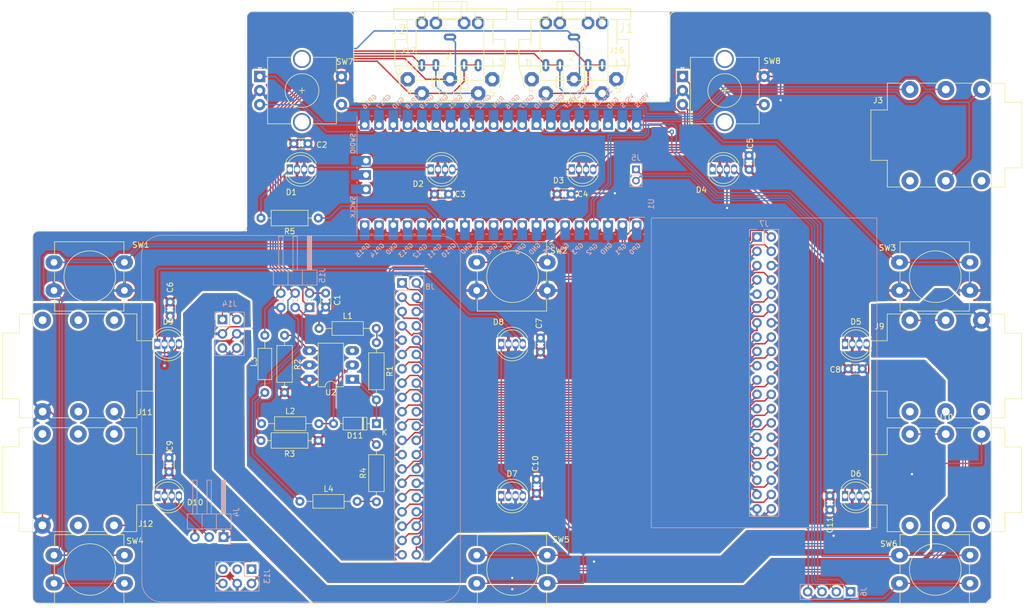
<source format=kicad_pcb>
(kicad_pcb (version 20221018) (generator pcbnew)
  (layers (0 "F.Cu" signal) (31 "B.Cu" signal) (34 "B.Paste" user) (35 "F.Paste" user) (36 "B.SilkS" user "B.Silkscreen") (37 "F.SilkS" user "F.Silkscreen") (38 "B.Mask" user) (39 "F.Mask" user) (44 "Edge.Cuts" user))
  (net 0 "")
  (net 1 "GND")
  (net 2 "+3.3V")
  (net 3 "Net-(D1-DOUT)")
  (net 4 "/MIDI/RGB_DATA")
  (net 5 "Net-(D2-DOUT)")
  (net 6 "Net-(D3-DOUT)")
  (net 7 "Net-(D4-DOUT)")
  (net 8 "Net-(D5-DOUT)")
  (net 9 "Net-(D6-DOUT)")
  (net 10 "Net-(D7-DOUT)")
  (net 11 "Net-(D8-DOUT)")
  (net 12 "Net-(D10-DIN)")
  (net 13 "Net-(D10-DOUT)")
  (net 14 "Net-(D11-K)")
  (net 15 "Net-(D11-A)")
  (net 16 "Net-(U1-GPIO28_ADC2)")
  (net 17 "Net-(U1-AGND)")
  (net 19 "Net-(U1-ADC_VREF)")
  (net 21 "Net-(U1-GPIO1)")
  (net 22 "Net-(U1-GPIO0)")
  (net 23 "Net-(J7-3V3-Pad1)")
  (net 24 "Net-(J7-5V-Pad2)")
  (net 25 "Net-(J7-SDA{slash}GPIO2)")
  (net 26 "Net-(J7-5V-Pad4)")
  (net 27 "Net-(J7-SCL{slash}GPIO3)")
  (net 28 "Net-(J7-GCLK0{slash}GPIO4)")
  (net 29 "Net-(J7-GPIO14{slash}TXD)")
  (net 30 "Net-(J7-GPIO15{slash}RXD)")
  (net 31 "Net-(J7-GPIO17)")
  (net 32 "Net-(J7-GPIO18{slash}PWM0)")
  (net 33 "Net-(J7-GPIO27)")
  (net 34 "Net-(J7-GPIO22)")
  (net 48 "/Audio/USB_DN")
  (net 53 "Net-(J7-GPIO23)")
  (net 54 "Net-(J7-3V3-Pad17)")
  (net 55 "Net-(J7-GPIO24)")
  (net 56 "Net-(J7-MOSI0{slash}GPIO10)")
  (net 57 "Net-(J7-MISO0{slash}GPIO9)")
  (net 58 "Net-(J7-GPIO25)")
  (net 59 "Net-(J7-SCLK0{slash}GPIO11)")
  (net 60 "Net-(J7-~{CE0}{slash}GPIO8)")
  (net 61 "Net-(J7-~{CE1}{slash}GPIO7)")
  (net 62 "Net-(J7-ID_SD{slash}GPIO0)")
  (net 63 "Net-(J7-ID_SC{slash}GPIO1)")
  (net 64 "Net-(J7-GCLK1{slash}GPIO5)")
  (net 65 "Net-(J7-GCLK2{slash}GPIO6)")
  (net 66 "Net-(J7-PWM0{slash}GPIO12)")
  (net 67 "Net-(J7-PWM1{slash}GPIO13)")
  (net 68 "Net-(J7-GPIO19{slash}MISO1)")
  (net 69 "Net-(J7-GPIO16)")
  (net 70 "Net-(J7-GPIO26)")
  (net 71 "Net-(J7-GPIO20{slash}MOSI1)")
  (net 72 "Net-(J7-GPIO21{slash}SCLK1)")
  (net 82 "Net-(J13-Pin_2)")
  (net 87 "Net-(J13-Pin_6)")
  (net 92 "/MIDI/SW_D")
  (net 93 "/MIDI/SW_E")
  (net 94 "/MIDI/SW_F")
  (net 95 "/MIDI/SW_A")
  (net 96 "/MIDI/SW_B")
  (net 97 "/MIDI/SW_C")
  (net 98 "/MIDI/ROT_VOL_A")
  (net 99 "/MIDI/ROT_VOL_B")
  (net 100 "/MIDI/SW_VOL")
  (net 101 "/MIDI/ROT_GAIN_A")
  (net 102 "/MIDI/ROT_GAIN_B")
  (net 103 "/MIDI/SW_GAIN")
  (net 108 "Net-(L1-Pad2)")
  (net 109 "Net-(L3-Pad2)")
  (net 110 "Net-(L4-Pad2)")
  (net 111 "Net-(J15-Pin_2)")
  (net 112 "Net-(J15-Pin_6)")
  (net 113 "Net-(J15-Pin_4)")
  (net 114 "Net-(J15-Pin_3)")
  (net 115 "Net-(J15-Pin_1)")
  (net 116 "/Audio/USB_DP")
  (net 117 "/Audio/V_BUS")
  (net 118 "Net-(D1-DIN)")
  (net 119 "/Audio/in_R-")
  (net 120 "/Audio/GND_in_R")
  (net 121 "/Audio/in_R+")
  (net 122 "/Audio/in_L-")
  (net 123 "/Audio/GND_in_L")
  (net 124 "/Audio/audio_in_L+")
  (net 125 "/Audio/GND_out")
  (footprint "Capacitor_THT:C_Disc_D3.0mm_W1.6mm_P2.50mm" (layer "F.Cu") (at 147.055 48.04 90)
    (fp_text reference "C5")
    (fp_text value "100nF")
  )
  (footprint "Connector_Audio:Jack_3.5mm_CUI_SJ1-3525N_Horizontal" (layer "F.Cu") (at 116 24.5 180)
    (fp_text reference "J16")
    (fp_text value "MIDI OUT J")
  )
  (footprint "Connector_Audio:Jack_6.35mm_Neutrik_NMJ6HCD2_Horizontal" (layer "F.Cu") (at 34.4 111.2 180)
    (fp_text reference "J12")
    (fp_text value "Audio OUT Left")
  )
  (footprint "LED_THT:LED_D5.0mm-NeoPixel" (layer "F.Cu") (at 115.6 48)
    (fp_text reference "D3")
    (fp_text value "NEOPIX")
  )
  (footprint "Connector_Audio:Jack_6.35mm_Neutrik_NMJ6HCD2_Horizontal" (layer "F.Cu") (at 34.435 91 180)
    (fp_text reference "J11")
    (fp_text value "Audio OUT Right")
  )
  (footprint "Connector_Audio:Jack_6.35mm_Neutrik_NMJ6HCD2_Horizontal" (layer "F.Cu") (at 175.6 94.995)
    (fp_text reference "J10")
    (fp_text value "Audio IN Left")
  )
  (footprint "LED_THT:LED_D5.0mm-NeoPixel" (layer "F.Cu") (at 140.6 48)
    (fp_text reference "D4")
    (fp_text value "NEOPIX")
  )
  (footprint "Capacitor_THT:C_Disc_D3.0mm_W1.6mm_P2.50mm" (layer "F.Cu") (at 109.355 105.54 90)
    (fp_text reference "C10")
    (fp_text value "100nF")
  )
  (footprint "LED_THT:LED_D5.0mm-NeoPixel" (layer "F.Cu") (at 103.1 106)
    (fp_text reference "D7")
    (fp_text value "NEOPIX")
  )
  (footprint "Connector_PinHeader_2.54mm:PinHeader_2x20_P2.54mm_Vertical" (layer "F.Cu") (at 148.46 60)
    (fp_text reference "J7")
    (fp_text value "Raspberry_pi")
  )
  (footprint "Capacitor_THT:C_Disc_D3.0mm_W1.6mm_P2.50mm" (layer "F.Cu") (at 161.4 105.95 -90)
    (fp_text reference "C11")
    (fp_text value "100nF")
  )
  (footprint "Capacitor_THT:C_Disc_D3.0mm_W1.6mm_P2.50mm" (layer "F.Cu") (at 44.155 101.7 90)
    (fp_text reference "C9")
    (fp_text value "100nF")
  )
  (footprint "Button_Switch_THT:SW_PUSH-12mm_Wuerth-430476085716" (layer "F.Cu") (at 98.75 64.5)
    (fp_text reference "SW2")
    (fp_text value "E")
  )
  (footprint "LED_THT:LED_D5.0mm-NeoPixel" (layer "F.Cu") (at 42.1 79)
    (fp_text reference "D9")
    (fp_text value "NEOPIX")
  )
  (footprint "Resistor_THT:R_Axial_DIN0207_L6.3mm_D2.5mm_P10.16mm_Horizontal" (layer "F.Cu") (at 70.635 56.64 180)
    (fp_text reference "R5")
    (fp_text value "470")
  )
  (footprint "Package_DIP:DIP-6_W7.62mm_LongPads" (layer "F.Cu") (at 76.68 85.265 180)
    (fp_text reference "U2")
    (fp_text value "H11L1")
  )
  (footprint "Connector_Audio:Jack_6.35mm_Neutrik_NMJ6HCD2_Horizontal" (layer "F.Cu") (at 175.615 33.8)
    (fp_text reference "J3")
    (fp_text value "EXP")
  )
  (footprint "Capacitor_THT:C_Disc_D3.0mm_W1.6mm_P2.50mm" (layer "F.Cu") (at 71.955 69.9618 -90)
    (fp_text reference "C1")
    (fp_text value "100nF")
  )
  (footprint "Audio_Module:CP-2350" (layer "F.Cu") (at 116 22 180)
    (fp_text reference "J1")
    (fp_text value "MIDI_OUT")
  )
  (footprint "LED_THT:LED_D5.0mm-NeoPixel" (layer "F.Cu") (at 90.6 48)
    (fp_text reference "D2")
    (fp_text value "NEOPIX")
  )
  (footprint "Rotary_Encoder:RotaryEncoder_Alps_EC11E-Switch_Vertical_H20mm_CircularMountingHoles" (layer "F.Cu") (at 60.25 31.5)
    (fp_text reference "SW7")
    (fp_text value "VOL Rotary")
  )
  (footprint "Capacitor_THT:C_Disc_D3.0mm_W1.6mm_P2.50mm" (layer "F.Cu") (at 66.305 43.44)
    (fp_text reference "C2")
    (fp_text value "100nF")
  )
  (footprint "Capacitor_THT:C_Disc_D3.0mm_W1.6mm_P2.50mm" (layer "F.Cu") (at 164.65 83.4)
    (fp_text reference "C8")
    (fp_text value "100nF")
  )
  (footprint "Resistor_THT:R_Axial_DIN0207_L6.3mm_D2.5mm_P10.16mm_Horizontal" (layer "F.Cu") (at 80.955 78.76 -90)
    (fp_text reference "R1")
    (fp_text value "220")
  )
  (footprint "LED_THT:LED_D5.0mm-NeoPixel" (layer "F.Cu") (at 65.6 48)
    (fp_text reference "D1")
    (fp_text value "NEOPIX")
  )
  (footprint "Capacitor_THT:C_Disc_D3.0mm_W1.6mm_P2.50mm" (layer "F.Cu") (at 91.25 52.4)
    (fp_text reference "C3")
    (fp_text value "100nF")
  )
  (footprint "Connector_Audio:Jack_6.35mm_Neutrik_NMJ6HCD2_Horizontal" (layer "F.Cu") (at 175.6 74.78)
    (fp_text reference "J9")
    (fp_text value "Audio IN Right")
  )
  (footprint "Button_Switch_THT:SW_PUSH-12mm_Wuerth-430476085716" (layer "F.Cu") (at 23.75 64.5)
    (fp_text reference "SW1")
    (fp_text value "D")
  )
  (footprint "Resistor_THT:R_Axial_DIN0207_L6.3mm_D2.5mm_P10.16mm_Horizontal" (layer "F.Cu") (at 70.635 96.14 180)
    (fp_text reference "R3")
    (fp_text value "33")
  )
  (footprint "LED_THT:LED_D5.0mm-NeoPixel" (layer "F.Cu") (at 164.1 79)
    (fp_text reference "D5")
    (fp_text value "NEOPIX")
  )
  (footprint "Resistor_THT:R_Axial_DIN0207_L6.3mm_D2.5mm_P10.16mm_Horizontal" (layer "F.Cu") (at 80.955 107.02 90)
    (fp_text reference "R4")
    (fp_text value "10")
  )
  (footprint "LED_THT:LED_D5.0mm-NeoPixel" (layer "F.Cu") (at 42.1 106)
    (fp_text reference "D10")
    (fp_text value "NEOPIX")
  )
  (footprint "Inductor_THT:L_Axial_L5.3mm_D2.2mm_P10.16mm_Horizontal_Vishay_IM-1" (layer "F.Cu") (at 70.775 76.24)
    (fp_text reference "L1")
    (fp_text value "1K@100MHz")
  )
  (footprint "Diode_THT:D_DO-35_SOD27_P7.62mm_Horizontal" (layer "F.Cu") (at 80.965 93.14 180)
    (fp_text reference "D11")
    (fp_text value "1N4148")
  )
  (footprint "Capacitor_THT:C_Disc_D3.0mm_W1.6mm_P2.50mm" (layer "F.Cu") (at 113.005 52.385)
    (fp_text reference "C4")
    (fp_text value "100nF")
  )
  (footprint "Inductor_THT:L_Axial_L5.3mm_D2.2mm_P10.16mm_Horizontal_Vishay_IM-1" (layer "F.Cu") (at 60.575 93.14)
    (fp_text reference "L2")
    (fp_text value "1K@100MHz")
  )
  (footprint "LED_THT:LED_D5.0mm-NeoPixel" (layer "F.Cu") (at 164.1 106)
    (fp_text reference "D6")
    (fp_text value "NEOPIX")
  )
  (footprint "Button_Switch_THT:SW_PUSH-12mm_Wuerth-430476085716" (layer "F.Cu") (at 173.75 116.5)
    (fp_text reference "SW6")
    (fp_text value "C")
  )
  (footprint "Button_Switch_THT:SW_PUSH-12mm_Wuerth-430476085716" (layer "F.Cu") (at 173.75 64.5)
    (fp_text reference "SW3")
    (fp_text value "F")
  )
  (footprint "Capacitor_THT:C_Disc_D3.0mm_W1.6mm_P2.50mm" (layer "F.Cu") (at 110.055 80.44 90)
    (fp_text reference "C7")
    (fp_text value "100nF")
  )
  (footprint "Button_Switch_THT:SW_PUSH-12mm_Wuerth-430476085716" (layer "F.Cu") (at 23.75 116.5)
    (fp_text reference "SW4")
    (fp_text value "A")
  )
  (footprint "Inductor_THT:L_Axial_L5.3mm_D2.2mm_P10.16mm_Horizontal_Vishay_IM-1" (layer "F.Cu") (at 67.375 106.94)
    (fp_text reference "L4")
    (fp_text value "1K@100MHz")
  )
  (footprint "Rotary_Encoder:RotaryEncoder_Alps_EC11E-Switch_Vertical_H20mm_CircularMountingHoles" (layer "F.Cu") (at 135.25 31.5)
    (fp_text reference "SW8")
    (fp_text value "GAIN Rotary")
  )
  (footprint "Resistor_THT:R_Axial_DIN0207_L6.3mm_D2.5mm_P10.16mm_Horizontal" (layer "F.Cu") (at 64.655 87.62 90)
    (fp_text reference "R2")
    (fp_text value "470")
  )
  (footprint "Button_Switch_THT:SW_PUSH-12mm_Wuerth-430476085716" (layer "F.Cu") (at 98.75 116.5)
    (fp_text reference "SW5")
    (fp_text value "B")
  )
  (footprint "Audio_Module:CP-2350" (layer "F.Cu") (at 94.0055 22 180)
    (fp_text reference "J2")
    (fp_text value "MIDI_IN")
  )
  (footprint "Capacitor_THT:C_Disc_D3.0mm_W1.6mm_P2.50mm" (layer "F.Cu") (at 44.355 71.54 -90)
    (fp_text reference "C6")
    (fp_text value "100nF")
  )
  (footprint "LED_THT:LED_D5.0mm-NeoPixel" (layer "F.Cu") (at 103.1 79)
    (fp_text reference "D8")
    (fp_text value "NEOPIX")
  )
  (footprint "Inductor_THT:L_Axial_L5.3mm_D2.2mm_P10.16mm_Horizontal_Vishay_IM-1" (layer "F.Cu") (at 61.155 77.46 -90)
    (fp_text reference "L3")
    (fp_text value "1K@100MHz")
  )
  (footprint "Connector_Audio:Jack_3.5mm_CUI_SJ1-3525N_Horizontal" (layer "F.Cu") (at 94 24.5 180)
    (fp_text reference "J17")
    (fp_text value "MIDI IN J")
  )
  (footprint "Connector_PinHeader_2.54mm:PinHeader_1x04_P2.54mm_Vertical" (layer "B.Cu") (at 165.08 123 90)
    (fp_text reference "J6")
    (fp_text value "USB_A")
  )
  (footprint "Connector_PinSocket_2.54mm:PinSocket_2x03_P2.54mm_Vertical" (layer "B.Cu") (at 58.7962 118.9892 90)
    (fp_text reference "J13")
    (fp_text value "Audio OUT")
  )
  (footprint "Connector_PinHeader_2.00mm:PinHeader_1x02_P2.00mm_Vertical" (layer "B.Cu") (at 127 48 180)
    (fp_text reference "J5")
    (fp_text value "Pico USB TP")
  )
  (footprint "Connector_PinSocket_2.54mm:PinSocket_2x03_P2.54mm_Vertical" (layer "B.Cu") (at 53.635 74.6504 180)
    (fp_text reference "J14")
    (fp_text value "Audio IN")
  )
  (footprint "MCU_RaspberryPi_and_Boards:RPi_Pico_SMD_TH" (layer "B.Cu") (at 103 49 90)
    (fp_text reference "U1")
    (fp_text value "Pico")
  )
  (footprint "Connector_PinHeader_2.54mm:PinHeader_1x03_P2.54mm_Horizontal" (layer "B.Cu") (at 53.825 113.275 90)
    (fp_text reference "J4")
    (fp_text value "RGB_LED_EXT")
  )
  (footprint "Connector_PinSocket_2.54mm:PinSocket_2x20_P2.54mm_Vertical" (layer "B.Cu") (at 85.5 68.165438 180)
    (fp_text reference "J8")
    (fp_text value "HiFi Berry")
  )
  (footprint "Connector_PinHeader_2.54mm:PinHeader_2x03_P2.54mm_Horizontal" (layer "B.Cu") (at 69.08 72.513 90)
    (fp_text reference "J15")
    (fp_text value "MIDI IN/OUT")
  )
  (gr_arc (start 133 35) (mid 132.707107 35.707107) (end 132 36) (stroke (width 0.15)) (layer "F.SilkS"))
  (gr_line (start 77.907107 36.092893) (end 132 36) (stroke (width 0.15)) (layer "F.SilkS"))
  (gr_arc (start 77.907107 36.092893) (mid 77.2 35.8) (end 76.907107 35.092893) (stroke (width 0.15)) (layer "F.SilkS"))
  (gr_line (start 133 35) (end 133 21) (stroke (width 0.15)) (layer "F.SilkS"))
  (gr_arc (start 75.892893 20) (mid 76.6 20.292893) (end 76.892893 21) (stroke (width 0.15)) (layer "F.SilkS"))
  (gr_arc (start 133.007107 21.007107) (mid 133.3 20.3) (end 134.007107 20.007107) (stroke (width 0.15)) (layer "F.SilkS"))
  (gr_line (start 76.907107 21.092893) (end 76.907107 35.092893) (stroke (width 0.15)) (layer "F.SilkS"))
  (gr_line (start 20 124) (end 20 61) (stroke (width 0.1)) (layer "Edge.Cuts"))
  (gr_line (start 21 125) (end 189 125) (stroke (width 0.1)) (layer "Edge.Cuts"))
  (gr_arc (start 21 125) (mid 20.292893 124.707107) (end 20 124) (stroke (width 0.1)) (layer "Edge.Cuts"))
  (gr_arc (start 58 21) (mid 58.292893 20.292893) (end 59 20) (stroke (width 0.1)) (layer "Edge.Cuts"))
  (gr_line (start 58 58) (end 58 21) (stroke (width 0.1)) (layer "Edge.Cuts"))
  (gr_line (start 21 59) (end 57 59) (stroke (width 0.1)) (layer "Edge.Cuts"))
  (gr_line (start 190 21) (end 190 124) (stroke (width 0.1)) (layer "Edge.Cuts"))
  (gr_arc (start 189 20) (mid 189.707107 20.292893) (end 190 21) (stroke (width 0.1)) (layer "Edge.Cuts"))
  (gr_line (start 59 20) (end 189 20) (stroke (width 0.1)) (layer "Edge.Cuts"))
  (gr_arc (start 20 60) (mid 20.292893 59.292893) (end 21 59) (stroke (width 0.1)) (layer "Edge.Cuts"))
  (gr_arc (start 58 58) (mid 57.707107 58.707107) (end 57 59) (stroke (width 0.1)) (layer "Edge.Cuts"))
  (gr_line (start 20 60) (end 20 61) (stroke (width 0.1)) (layer "Edge.Cuts"))
  (gr_arc (start 190 124) (mid 189.707107 124.707107) (end 189 125) (stroke (width 0.1)) (layer "Edge.Cuts"))
  (segment (start 151.615 31.5) (end 149.75 31.5) (width 0.25) (layer "F.Cu") (net 1))
  (segment (start 143.14 54.825) (end 143.155 54.84) (width 0.25) (layer "F.Cu") (net 1))
  (segment (start 143.14 48) (end 143.14 54.825) (width 0.25) (layer "F.Cu") (net 1))
  (segment (start 152.655 32.54) (end 151.615 31.5) (width 0.25) (layer "F.Cu") (net 1))
  (segment (start 152.655 35.44) (end 152.655 32.54) (width 0.25) (layer "F.Cu") (net 1))
  (segment (start 115.505 52.24) (end 123.255 52.24) (width 0.25) (layer "F.Cu") (net 1))
  (segment (start 115.505 52.24) (end 122.855 52.24) (width 0.25) (layer "F.Cu") (net 1))
  (via (at 152.655 35.74) (size 0.8) (drill 0.4) (layers "F.Cu" "B.Cu") (net 1))
  (via (at 123.255 52.24) (size 0.8) (drill 0.4) (layers "F.Cu" "B.Cu") (net 1))
  (via (at 143.155 54.84) (size 0.8) (drill 0.4) (layers "F.Cu" "B.Cu") (net 1))
  (segment (start 157.455 101.54) (end 156.555 100.64) (width 0.25) (layer "B.Cu") (net 1))
  (segment (start 117.595 121.5) (end 117.655 121.44) (width 0.25) (layer "B.Cu") (net 1))
  (segment (start 117.655 115.34) (end 117.755 115.24) (width 0.25) (layer "B.Cu") (net 1))
  (segment (start 171.075 124.175) (end 173.75 121.5) (width 0.25) (layer "B.Cu") (net 1))
  (segment (start 117.655 121.44) (end 117.655 115.34) (width 0.25) (layer "B.Cu") (net 1))
  (segment (start 23.75 118.335) (end 23.75 121.5) (width 0.25) (layer "B.Cu") (net 1))
  (segment (start 25.575 115.847614) (end 25.575 117.152386) (width 0.25) (layer "B.Cu") (net 1))
  (segment (start 157.555 122.905) (end 157.555 110.14) (width 0.25) (layer "B.Cu") (net 1))
  (segment (start 116.975 31.025) (end 116 32) (width 0.25) (layer "B.Cu") (net 1))
  (segment (start 77.4322 26.54) (end 75.855 26.54) (width 0.25) (layer "B.Cu") (net 1))
  (segment (start 23.75 69.5) (end 25.15 70.9) (width 0.25) (layer "B.Cu") (net 1))
  (segment (start 157.46 123) (end 158.635 124.175) (width 0.25) (layer "B.Cu") (net 1))
  (segment (start 157.46 123) (end 157.555 122.905) (width 0.25) (layer "B.Cu") (net 1))
  (segment (start 156.555 100.64) (end 151 100.64) (width 0.25) (layer "B.Cu") (net 1))
  (segment (start 25.455 121.5) (end 36.25 121.5) (width 0.25) (layer "B.Cu") (net 1))
  (segment (start 158.635 124.175) (end 171.075 124.175) (width 0.25) (layer "B.Cu") (net 1))
  (segment (start 25.575 117.152386) (end 24.487386 118.24) (width 0.25) (layer "B.Cu") (net 1))
  (segment (start 157.555 110.14) (end 157.455 110.04) (width 0.25) (layer "B.Cu") (net 1))
  (segment (start 114.9172 23.4172) (end 80.555 23.4172) (width 0.25) (layer "B.Cu") (net 1))
  (segment (start 116 24.5) (end 114.9172 23.4172) (width 0.25) (layer "B.Cu") (net 1))
  (segment (start 25.15 115.422614) (end 25.575 115.847614) (width 0.25) (layer "B.Cu") (net 1))
  (segment (start 157.455 110.04) (end 157.455 101.54) (width 0.25) (layer "B.Cu") (net 1))
  (segment (start 111.25 121.5) (end 98.75 121.5) (width 0.25) (layer "B.Cu") (net 1))
  (segment (start 23.75 121.5) (end 25.455 121.5) (width 0.25) (layer "B.Cu") (net 1))
  (segment (start 24.487386 118.24) (end 23.845 118.24) (width 0.25) (layer "B.Cu") (net 1))
  (segment (start 111.25 121.5) (end 117.595 121.5) (width 0.25) (layer "B.Cu") (net 1))
  (segment (start 25.15 70.9) (end 25.15 115.422614) (width 0.25) (layer "B.Cu") (net 1))
  (segment (start 80.555 23.4172) (end 77.4322 26.54) (width 0.25) (layer "B.Cu") (net 1))
  (segment (start 173.75 121.5) (end 186.25 121.5) (width 0.25) (layer "B.Cu") (net 1))
  (segment (start 116 24.5) (end 116.975 25.475) (width 0.25) (layer "B.Cu") (net 1))
  (segment (start 116.975 25.475) (end 116.975 31.025) (width 0.25) (layer "B.Cu") (net 1))
  (segment (start 23.845 118.24) (end 23.75 118.335) (width 0.25) (layer "B.Cu") (net 1))
  (via (at 43.355 82.84) (size 0.8) (drill 0.4) (layers "F.Cu" "B.Cu") (net 2))
  (segment (start 43.37 79) (end 43.37 82.825) (width 0.25) (layer "B.Cu") (net 2))
  (segment (start 43.37 82.825) (end 43.355 82.84) (width 0.25) (layer "B.Cu") (net 2))
  (segment (start 90.6 48) (end 90.235 47.635) (width 0.25) (layer "B.Cu") (net 3))
  (segment (start 90.235 47.635) (end 69.775 47.635) (width 0.25) (layer "B.Cu") (net 3))
  (segment (start 69.775 47.635) (end 69.41 48) (width 0.25) (layer "B.Cu") (net 3))
  (segment (start 72.6025 56.5875) (end 74.65 54.54) (width 0.25) (layer "B.Cu") (net 4))
  (segment (start 91.57 56.255) (end 91.57 57.89) (width 0.25) (layer "B.Cu") (net 4))
  (segment (start 74.65 54.54) (end 89.855 54.54) (width 0.25) (layer "B.Cu") (net 4))
  (segment (start 72.55 56.64) (end 70.635 56.64) (width 0.25) (layer "B.Cu") (net 4))
  (segment (start 89.855 54.54) (end 91.57 56.255) (width 0.25) (layer "B.Cu") (net 4))
  (segment (start 72.6025 56.5875) (end 72.55 56.64) (width 0.25) (layer "B.Cu") (net 4))
  (segment (start 94.41 48) (end 115.6 48) (width 0.25) (layer "F.Cu") (net 5))
  (segment (start 122.42 44.99) (end 138.39 44.99) (width 0.25) (layer "F.Cu") (net 6))
  (segment (start 140.6 47.2) (end 140.6 48) (width 0.25) (layer "F.Cu") (net 6))
  (segment (start 119.41 48) (end 122.42 44.99) (width 0.25) (layer "F.Cu") (net 6))
  (segment (start 138.39 44.99) (end 140.6 47.2) (width 0.25) (layer "F.Cu") (net 6))
  (segment (start 144.41 48) (end 164.1 67.69) (width 0.25) (layer "F.Cu") (net 7))
  (segment (start 164.1 67.69) (end 164.1 79) (width 0.25) (layer "F.Cu") (net 7))
  (segment (start 164.1 88.1) (end 164.1 106) (width 0.25) (layer "F.Cu") (net 8))
  (segment (start 167.91 79) (end 168.275 79.365) (width 0.25) (layer "F.Cu") (net 8))
  (segment (start 168.275 79.365) (end 168.275 84.225) (width 0.25) (layer "F.Cu") (net 8))
  (segment (start 168.275 84.225) (end 167.2 85.3) (width 0.25) (layer "F.Cu") (net 8))
  (segment (start 167.2 85.3) (end 166.9 85.3) (width 0.25) (layer "F.Cu") (net 8))
  (segment (start 166.9 85.3) (end 164.1 88.1) (width 0.25) (layer "F.Cu") (net 8))
  (segment (start 103.1 107.3) (end 103.1 106) (width 0.25) (layer "F.Cu") (net 9))
  (segment (start 167.795 111.6) (end 115.4 111.6) (width 0.25) (layer "F.Cu") (net 9))
  (segment (start 103.5 107.7) (end 103.1 107.3) (width 0.25) (layer "F.Cu") (net 9))
  (segment (start 167.91 106) (end 167.9 106) (width 0.25) (layer "F.Cu") (net 9))
  (segment (start 167.9 106) (end 167.9 111.495) (width 0.25) (layer "F.Cu") (net 9))
  (segment (start 111.5 107.7) (end 103.5 107.7) (width 0.25) (layer "F.Cu") (net 9))
  (segment (start 167.9 111.495) (end 167.795 111.6) (width 0.25) (layer "F.Cu") (net 9))
  (segment (start 115.4 111.6) (end 111.5 107.7) (width 0.25) (layer "F.Cu") (net 9))
  (segment (start 103.1 101.44) (end 106.91 105.25) (width 0.25) (layer "B.Cu") (net 10))
  (segment (start 103.1 79) (end 103.1 101.44) (width 0.25) (layer "B.Cu") (net 10))
  (segment (start 106.91 105.25) (end 106.91 106) (width 0.25) (layer "B.Cu") (net 10))
  (segment (start 97.432139 73.732139) (end 89.3 65.6) (width 0.25) (layer "B.Cu") (net 11))
  (segment (start 42.395 65.6) (end 42.1 65.895) (width 0.25) (layer "B.Cu") (net 11))
  (segment (start 42.1 65.895) (end 42.1 79) (width 0.25) (layer "B.Cu") (net 11))
  (segment (start 89.3 65.6) (end 42.395 65.6) (width 0.25) (layer "B.Cu") (net 11))
  (segment (start 106.91 78.635) (end 102.007139 73.732139) (width 0.25) (layer "B.Cu") (net 11))
  (segment (start 102.007139 73.732139) (end 97.432139 73.732139) (width 0.25) (layer "B.Cu") (net 11))
  (segment (start 106.91 79) (end 106.91 78.635) (width 0.25) (layer "B.Cu") (net 11))
  (segment (start 44.735 80.54) (end 41.775 80.54) (width 0.25) (layer "F.Cu") (net 12))
  (segment (start 41.775 80.54) (end 41.775 105.675) (width 0.25) (layer "F.Cu") (net 12))
  (segment (start 45.91 79.365) (end 44.735 80.54) (width 0.25) (layer "F.Cu") (net 12))
  (segment (start 41.775 105.675) (end 42.1 106) (width 0.25) (layer "F.Cu") (net 12))
  (segment (start 45.91 79) (end 45.91 79.365) (width 0.25) (layer "F.Cu") (net 12))
  (segment (start 45.91 106) (end 45.91 107.9) (width 0.25) (layer "B.Cu") (net 13))
  (segment (start 45.91 107.9) (end 51.285 113.275) (width 0.25) (layer "B.Cu") (net 13))
  (segment (start 80.955 93.13) (end 80.965 93.14) (width 0.25) (layer "B.Cu") (net 14))
  (segment (start 80.955 88.92) (end 80.955 93.13) (width 0.25) (layer "B.Cu") (net 14))
  (segment (start 76.68 85.265) (end 77.3 85.265) (width 0.25) (layer "B.Cu") (net 14))
  (segment (start 77.3 85.265) (end 80.955 88.92) (width 0.25) (layer "B.Cu") (net 14))
  (segment (start 70.735 93.14) (end 73.345 93.14) (width 0.25) (layer "F.Cu") (net 15))
  (segment (start 76.68 82.725) (end 73.345 86.06) (width 0.25) (layer "B.Cu") (net 15))
  (segment (start 73.345 86.06) (end 73.345 93.14) (width 0.25) (layer "B.Cu") (net 15))
  (segment (start 173.48406 33.35) (end 142.813604 33.35) (width 0.25) (layer "B.Cu") (net 16))
  (segment (start 181.965 33.8) (end 181.955 33.79) (width 0.25) (layer "B.Cu") (net 16))
  (segment (start 174.85906 31.975) (end 173.48406 33.35) (width 0.25) (layer "B.Cu") (net 16))
  (segment (start 111.89 38.5) (end 111.89 40.11) (width 0.25) (layer "B.Cu") (net 16))
  (segment (start 142.813604 33.35) (end 138.023604 38.14) (width 0.25) (layer "B.Cu") (net 16))
  (segment (start 138.023604 38.14) (end 128.805 38.14) (width 0.25) (layer "B.Cu") (net 16))
  (segment (start 176.655 31.975) (end 174.85906 31.975) (width 0.25) (layer "B.Cu") (net 16))
  (segment (start 113.705 36.685) (end 111.89 38.5) (width 0.25) (layer "B.Cu") (net 16))
  (segment (start 178.455 33.775) (end 176.655 31.975) (width 0.25) (layer "B.Cu") (net 16))
  (segment (start 128.805 37.048604) (end 128.441396 36.685) (width 0.25) (layer "B.Cu") (net 16))
  (segment (start 128.805 38.14) (end 128.805 37.048604) (width 0.25) (layer "B.Cu") (net 16))
  (segment (start 178.455 33.79) (end 178.455 33.775) (width 0.25) (layer "B.Cu") (net 16))
  (segment (start 181.955 33.79) (end 178.455 33.79) (width 0.25) (layer "B.Cu") (net 16))
  (segment (start 128.441396 36.685) (end 113.705 36.685) (width 0.25) (layer "B.Cu") (net 16))
  (segment (start 186.04 36.075) (end 181.255 36.075) (width 0.25) (layer "B.Cu") (net 17))
  (segment (start 186.1075 36.0075) (end 186.04 36.075) (width 0.25) (layer "B.Cu") (net 17))
  (segment (start 186.1075 45.8875) (end 181.965 50.03) (width 0.25) (layer "B.Cu") (net 17))
  (segment (start 181.255 36.075) (end 179.42 34.24) (width 0.25) (layer "B.Cu") (net 17))
  (segment (start 110.68 41.44) (end 109.35 40.11) (width 0.25) (layer "B.Cu") (net 17))
  (segment (start 128.15 41.44) (end 110.68 41.44) (width 0.25) (layer "B.Cu") (net 17))
  (segment (start 176.42 36.075) (end 174.98 36.075) (width 0.25) (layer "B.Cu") (net 17))
  (segment (start 174.98 36.075) (end 173.155 34.25) (width 0.25) (layer "B.Cu") (net 17))
  (segment (start 188.315 33.8) (end 186.1075 36.0075) (width 0.25) (layer "B.Cu") (net 17))
  (segment (start 186.1075 36.0075) (end 186.1075 45.8875) (width 0.25) (layer "B.Cu") (net 17))
  (segment (start 128.305 39.04) (end 128.305 41.285) (width 0.25) (layer "B.Cu") (net 17))
  (segment (start 138.396396 39.04) (end 128.305 39.04) (width 0.25) (layer "B.Cu") (net 17))
  (segment (start 173.155 34.25) (end 143.186396 34.25) (width 0.25) (layer "B.Cu") (net 17))
  (segment (start 128.305 41.285) (end 128.15 41.44) (width 0.25) (layer "B.Cu") (net 17))
  (segment (start 143.186396 34.25) (end 138.396396 39.04) (width 0.25) (layer "B.Cu") (net 17))
  (segment (start 178.255 34.24) (end 176.42 36.075) (width 0.25) (layer "B.Cu") (net 17))
  (segment (start 179.42 34.24) (end 178.255 34.24) (width 0.25) (layer "B.Cu") (net 17))
  (segment (start 128.355 38.44) (end 128.355 37.235) (width 0.25) (layer "B.Cu") (net 19))
  (segment (start 114.43 38.5) (end 114.43 40.11) (width 0.25) (layer "B.Cu") (net 19))
  (segment (start 128.505 38.59) (end 128.355 38.44) (width 0.25) (layer "B.Cu") (net 19))
  (segment (start 128.355 37.235) (end 128.255 37.135) (width 0.25) (layer "B.Cu") (net 19))
  (segment (start 143 33.8) (end 138.21 38.59) (width 0.25) (layer "B.Cu") (net 19))
  (segment (start 128.255 37.135) (end 115.795 37.135) (width 0.25) (layer "B.Cu") (net 19))
  (segment (start 138.21 38.59) (end 128.505 38.59) (width 0.25) (layer "B.Cu") (net 19))
  (segment (start 175.615 33.8) (end 143 33.8) (width 0.25) (layer "B.Cu") (net 19))
  (segment (start 115.795 37.135) (end 114.43 38.5) (width 0.25) (layer "B.Cu") (net 19))
  (segment (start 95.432614 65.34) (end 97.132614 67.04) (width 0.25) (layer "F.Cu") (net 21))
  (segment (start 119.555 67.04) (end 124.59 62.005) (width 0.25) (layer "F.Cu") (net 21))
  (segment (start 66.335 77.46) (end 69.06 80.185) (width 0.25) (layer "F.Cu") (net 21))
  (segment (start 97.132614 67.04) (end 119.555 67.04) (width 0.25) (layer "F.Cu") (net 21))
  (segment (start 69.06 80.185) (end 71.86 80.185) (width 0.25) (layer "F.Cu") (net 21))
  (segment (start 124.59 62.005) (end 124.59 57.89) (width 0.25) (layer "F.Cu") (net 21))
  (segment (start 64.655 77.46) (end 66.335 77.46) (width 0.25) (layer "F.Cu") (net 21))
  (segment (start 83.905 65.34) (end 95.432614 65.34) (width 0.25) (layer "F.Cu") (net 21))
  (segment (start 71.86 80.185) (end 83.305 68.74) (width 0.25) (layer "F.Cu") (net 21))
  (segment (start 83.305 65.94) (end 83.905 65.34) (width 0.25) (layer "F.Cu") (net 21))
  (segment (start 83.305 68.74) (end 83.305 65.94) (width 0.25) (layer "F.Cu") (net 21))
  (segment (start 119.741396 67.49) (end 125.04 62.191396) (width 0.25) (layer "F.Cu") (net 22))
  (segment (start 84.091396 65.79) (end 94.955 65.79) (width 0.25) (layer "F.Cu") (net 22))
  (segment (start 74.255 90.24) (end 74.255 78.44) (width 0.25) (layer "F.Cu") (net 22))
  (segment (start 94.955 65.79) (end 96.655 67.49) (width 0.25) (layer "F.Cu") (net 22))
  (segment (start 83.755 66.126396) (end 84.091396 65.79) (width 0.25) (layer "F.Cu") (net 22))
  (segment (start 74.335 90.24) (end 74.255 90.24) (width 0.25) (layer "F.Cu") (net 22))
  (segment (start 96.655 67.49) (end 119.741396 67.49) (width 0.25) (layer "F.Cu") (net 22))
  (segment (start 127.105 57.89) (end 127.13 57.89) (width 0.25) (layer "F.Cu") (net 22))
  (segment (start 125.04 62.191396) (end 125.04 59.955) (width 0.25) (layer "F.Cu") (net 22))
  (segment (start 125.04 59.955) (end 127.105 57.89) (width 0.25) (layer "F.Cu") (net 22))
  (segment (start 83.755 68.94) (end 83.755 66.126396) (width 0.25) (layer "F.Cu") (net 22))
  (segment (start 74.255 78.44) (end 83.755 68.94) (width 0.25) (layer "F.Cu") (net 22))
  (segment (start 80.955 96.86) (end 74.335 90.24) (width 0.25) (layer "F.Cu") (net 22))
  (segment (start 143.235 75.615735) (end 143.685 75.165735) (width 0.25) (layer "F.Cu") (net 23))
  (segment (start 143.685 75.165735) (end 143.685 73.020228) (width 0.25) (layer "F.Cu") (net 23))
  (segment (start 144.505 68.39302) (end 145.485 67.41302) (width 0.25) (layer "F.Cu") (net 23))
  (segment (start 93.265 80.99927) (end 93.265 83.144777) (width 0.25) (layer "F.Cu") (net 23))
  (segment (start 143.235 76.64104) (end 143.235 75.615735) (width 0.25) (layer "F.Cu") (net 23))
  (segment (start 145.485 67.41302) (end 145.485 66.387715) (width 0.25) (layer "F.Cu") (net 23))
  (segment (start 89.355 71.625945) (end 90.255 72.525945) (width 0.25) (layer "F.Cu") (net 23))
  (segment (start 92.365 79.073965) (end 92.365 80.09927) (width 0.25) (layer "F.Cu") (net 23))
  (segment (start 85.5 68.165438) (end 86.675 69.340438) (width 0.25) (layer "F.Cu") (net 23))
  (segment (start 140.855 80.486456) (end 142.335 79.006456) (width 0.25) (layer "F.Cu") (net 23))
  (segment (start 90.255 74.429549) (end 90.565 74.739549) (width 0.25) (layer "F.Cu") (net 23))
  (segment (start 91.465 76.664854) (end 91.465 78.173965) (width 0.25) (layer "F.Cu") (net 23))
  (segment (start 140.085 85.738171) (end 140.085 84.22906) (width 0.25) (layer "F.Cu") (net 23))
  (segment (start 142.335 79.006456) (end 142.335 77.54104) (width 0.25) (layer "F.Cu") (net 23))
  (segment (start 93.755 83.634777) (end 93.755 84.660082) (width 0.25) (layer "F.Cu") (net 23))
  (segment (start 94.615 85.520082) (end 94.615 86.24) (width 0.25) (layer "F.Cu") (net 23))
  (segment (start 140.855 83.45906) (end 140.855 80.486456) (width 0.25) (layer "F.Cu") (net 23))
  (segment (start 94.615 86.24) (end 139.583171 86.24) (width 0.25) (layer "F.Cu") (net 23))
  (segment (start 91.465 78.173965) (end 92.365 79.073965) (width 0.25) (layer "F.Cu") (net 23))
  (segment (start 93.265 83.144777) (end 93.755 83.634777) (width 0.25) (layer "F.Cu") (net 23))
  (segment (start 144.505 72.200228) (end 144.505 68.39302) (width 0.25) (layer "F.Cu") (net 23))
  (segment (start 90.565 75.764854) (end 91.465 76.664854) (width 0.25) (layer "F.Cu") (net 23))
  (segment (start 146.355 65.517715) (end 146.355 62.105) (width 0.25) (layer "F.Cu") (net 23))
  (segment (start 93.755 84.660082) (end 94.615 85.520082) (width 0.25) (layer "F.Cu") (net 23))
  (segment (start 145.485 66.387715) (end 146.355 65.517715) (width 0.25) (layer "F.Cu") (net 23))
  (segment (start 139.583171 86.24) (end 140.085 85.738171) (width 0.25) (layer "F.Cu") (net 23))
  (segment (start 92.365 80.09927) (end 93.265 80.99927) (width 0.25) (layer "F.Cu") (net 23))
  (segment (start 88.336701 69.340438) (end 89.355 70.358737) (width 0.25) (layer "F.Cu") (net 23))
  (segment (start 90.565 74.739549) (end 90.565 75.764854) (width 0.25) (layer "F.Cu") (net 23))
  (segment (start 146.355 62.105) (end 148.46 60) (width 0.25) (layer "F.Cu") (net 23))
  (segment (start 89.355 70.358737) (end 89.355 71.625945) (width 0.25) (layer "F.Cu") (net 23))
  (segment (start 90.255 72.525945) (end 90.255 74.429549) (width 0.25) (layer "F.Cu") (net 23))
  (segment (start 142.335 77.54104) (end 143.235 76.64104) (width 0.25) (layer "F.Cu") (net 23))
  (segment (start 143.685 73.020228) (end 144.505 72.200228) (width 0.25) (layer "F.Cu") (net 23))
  (segment (start 86.675 69.340438) (end 88.336701 69.340438) (width 0.25) (layer "F.Cu") (net 23))
  (segment (start 140.085 84.22906) (end 140.855 83.45906) (width 0.25) (layer "F.Cu") (net 23))
  (segment (start 140.405 80.30006) (end 141.885 78.82006) (width 0.25) (layer "F.Cu") (net 24))
  (segment (start 147.285 60.538604) (end 147.285 58.825) (width 0.25) (layer "F.Cu") (net 24))
  (segment (start 147.285 58.825) (end 149.825 58.825) (width 0.25) (layer "F.Cu") (net 24))
  (segment (start 141.885 78.82006) (end 141.885 77.354644) (width 0.25) (layer "F.Cu") (net 24))
  (segment (start 91.015 74.553153) (end 91.015 75.578458) (width 0.25) (layer "F.Cu") (net 24))
  (segment (start 145.905 65.331319) (end 145.905 61.918604) (width 0.25) (layer "F.Cu") (net 24))
  (segment (start 88.523097 68.890438) (end 89.805 70.172341) (width 0.25) (layer "F.Cu") (net 24))
  (segment (start 94.205 84.473686) (end 95.065 85.333686) (width 0.25) (layer "F.Cu") (net 24))
  (segment (start 89.805 70.172341) (end 89.805 71.439549) (width 0.25) (layer "F.Cu") (net 24))
  (segment (start 90.705 72.339549) (end 90.705 74.243153) (width 0.25) (layer "F.Cu") (net 24))
  (segment (start 149.825 58.825) (end 151 60) (width 0.25) (layer "F.Cu") (net 24))
  (segment (start 95.065 85.333686) (end 95.065 85.79) (width 0.25) (layer "F.Cu") (net 24))
  (segment (start 91.915 77.987569) (end 92.815 78.887569) (width 0.25) (layer "F.Cu") (net 24))
  (segment (start 143.235 72.833832) (end 144.055 72.013832) (width 0.25) (layer "F.Cu") (net 24))
  (segment (start 141.885 77.354644) (end 142.785 76.454644) (width 0.25) (layer "F.Cu") (net 24))
  (segment (start 145.035 66.201319) (end 145.905 65.331319) (width 0.25) (layer "F.Cu") (net 24))
  (segment (start 142.785 76.454644) (end 142.785 75.429339) (width 0.25) (layer "F.Cu") (net 24))
  (segment (start 88.04 68.165438) (end 88.04 68.890438) (width 0.25) (layer "F.Cu") (net 24))
  (segment (start 91.015 75.578458) (end 91.915 76.478458) (width 0.25) (layer "F.Cu") (net 24))
  (segment (start 95.065 85.79) (end 139.396775 85.79) (width 0.25) (layer "F.Cu") (net 24))
  (segment (start 140.405 83.272664) (end 140.405 80.30006) (width 0.25) (layer "F.Cu") (net 24))
  (segment (start 145.035 67.226624) (end 145.035 66.201319) (width 0.25) (layer "F.Cu") (net 24))
  (segment (start 88.04 68.890438) (end 88.523097 68.890438) (width 0.25) (layer "F.Cu") (net 24))
  (segment (start 139.635 85.551775) (end 139.635 84.042664) (width 0.25) (layer "F.Cu") (net 24))
  (segment (start 93.715 82.958381) (end 94.205 83.448381) (width 0.25) (layer "F.Cu") (net 24))
  (segment (start 92.815 78.887569) (end 92.815 79.912874) (width 0.25) (layer "F.Cu") (net 24))
  (segment (start 142.785 75.429339) (end 143.235 74.979339) (width 0.25) (layer "F.Cu") (net 24))
  (segment (start 145.905 61.918604) (end 147.285 60.538604) (width 0.25) (layer "F.Cu") (net 24))
  (segment (start 89.805 71.439549) (end 90.705 72.339549) (width 0.25) (layer "F.Cu") (net 24))
  (segment (start 139.635 84.042664) (end 140.405 83.272664) (width 0.25) (layer "F.Cu") (net 24))
  (segment (start 143.235 74.979339) (end 143.235 72.833832) (width 0.25) (layer "F.Cu") (net 24))
  (segment (start 93.715 80.812874) (end 93.715 82.958381) (width 0.25) (layer "F.Cu") (net 24))
  (segment (start 92.815 79.912874) (end 93.715 80.812874) (width 0.25) (layer "F.Cu") (net 24))
  (segment (start 144.055 68.206624) (end 145.035 67.226624) (width 0.25) (layer "F.Cu") (net 24))
  (segment (start 139.396775 85.79) (end 139.635 85.551775) (width 0.25) (layer "F.Cu") (net 24))
  (segment (start 144.055 72.013832) (end 144.055 68.206624) (width 0.25) (layer "F.Cu") (net 24))
  (segment (start 91.915 76.478458) (end 91.915 77.987569) (width 0.25) (layer "F.Cu") (net 24))
  (segment (start 90.705 74.243153) (end 91.015 74.553153) (width 0.25) (layer "F.Cu") (net 24))
  (segment (start 94.205 83.448381) (end 94.205 84.473686) (width 0.25) (layer "F.Cu") (net 24))
  (segment (start 92.365 81.372062) (end 92.365 83.517569) (width 0.25) (layer "F.Cu") (net 25))
  (segment (start 89.665 75.112341) (end 89.665 76.137646) (width 0.25) (layer "F.Cu") (net 25))
  (segment (start 140.985 84.601852) (end 141.755 83.831852) (width 0.25) (layer "F.Cu") (net 25))
  (segment (start 92.855 85.032874) (end 93.715 85.892874) (width 0.25) (layer "F.Cu") (net 25))
  (segment (start 147.255 63.745) (end 148.46 62.54) (width 0.25) (layer "F.Cu") (net 25))
  (segment (start 88.526701 72.070438) (end 89.355 72.898737) (width 0.25) (layer "F.Cu") (net 25))
  (segment (start 140.985 86.110963) (end 140.985 84.601852) (width 0.25) (layer "F.Cu") (net 25))
  (segment (start 146.385 67.785812) (end 146.385 66.760507) (width 0.25) (layer "F.Cu") (net 25))
  (segment (start 92.365 83.517569) (end 92.855 84.007569) (width 0.25) (layer "F.Cu") (net 25))
  (segment (start 85.5 70.768) (end 86.802438 72.070438) (width 0.25) (layer "F.Cu") (net 25))
  (segment (start 145.405 72.57302) (end 145.405 68.765812) (width 0.25) (layer "F.Cu") (net 25))
  (segment (start 93.715 85.892874) (end 93.715 87.14) (width 0.25) (layer "F.Cu") (net 25))
  (segment (start 140.085 87.010963) (end 140.985 86.110963) (width 0.25) (layer "F.Cu") (net 25))
  (segment (start 91.465 79.446757) (end 91.465 80.472062) (width 0.25) (layer "F.Cu") (net 25))
  (segment (start 147.255 65.890507) (end 147.255 63.745) (width 0.25) (layer "F.Cu") (net 25))
  (segment (start 144.585 75.538527) (end 144.585 73.39302) (width 0.25) (layer "F.Cu") (net 25))
  (segment (start 90.565 77.037646) (end 90.565 78.546757) (width 0.25) (layer "F.Cu") (net 25))
  (segment (start 89.665 76.137646) (end 90.565 77.037646) (width 0.25) (layer "F.Cu") (net 25))
  (segment (start 144.585 73.39302) (end 145.405 72.57302) (width 0.25) (layer "F.Cu") (net 25))
  (segment (start 89.355 74.802341) (end 89.665 75.112341) (width 0.25) (layer "F.Cu") (net 25))
  (segment (start 92.855 84.007569) (end 92.855 85.032874) (width 0.25) (layer "F.Cu") (net 25))
  (segment (start 93.715 87.14) (end 140.085 87.14) (width 0.25) (layer "F.Cu") (net 25))
  (segment (start 140.085 87.14) (end 140.085 87.010963) (width 0.25) (layer "F.Cu") (net 25))
  (segment (start 86.802438 72.070438) (end 88.526701 72.070438) (width 0.25) (layer "F.Cu") (net 25))
  (segment (start 89.355 72.898737) (end 89.355 74.802341) (width 0.25) (layer "F.Cu") (net 25))
  (segment (start 143.235 79.379248) (end 143.235 77.913832) (width 0.25) (layer "F.Cu") (net 25))
  (segment (start 143.235 77.913832) (end 144.135 77.013832) (width 0.25) (layer "F.Cu") (net 25))
  (segment (start 85.5 70.705438) (end 85.5 70.768) (width 0.25) (layer "F.Cu") (net 25))
  (segment (start 90.565 78.546757) (end 91.465 79.446757) (width 0.25) (layer "F.Cu") (net 25))
  (segment (start 144.135 77.013832) (end 144.135 75.988527) (width 0.25) (layer "F.Cu") (net 25))
  (segment (start 145.405 68.765812) (end 146.385 67.785812) (width 0.25) (layer "F.Cu") (net 25))
  (segment (start 146.385 66.760507) (end 147.255 65.890507) (width 0.25) (layer "F.Cu") (net 25))
  (segment (start 141.755 80.859248) (end 143.235 79.379248) (width 0.25) (layer "F.Cu") (net 25))
  (segment (start 144.135 75.988527) (end 144.585 75.538527) (width 0.25) (layer "F.Cu") (net 25))
  (segment (start 141.755 83.831852) (end 141.755 80.859248) (width 0.25) (layer "F.Cu") (net 25))
  (segment (start 91.465 80.472062) (end 92.365 81.372062) (width 0.25) (layer "F.Cu") (net 25))
  (segment (start 88.04 71.620438) (end 88.713097 71.620438) (width 0.25) (layer "F.Cu") (net 26))
  (segment (start 142.785 79.192852) (end 142.785 77.727436) (width 0.25) (layer "F.Cu") (net 26))
  (segment (start 140.535 85.924567) (end 140.535 84.415456) (width 0.25) (layer "F.Cu") (net 26))
  (segment (start 94.165 86.69) (end 139.769567 86.69) (width 0.25) (layer "F.Cu") (net 26))
  (segment (start 146.805 65.704111) (end 146.805 63.558604) (width 0.25) (layer "F.Cu") (net 26))
  (segment (start 143.685 76.827436) (end 143.685 75.802131) (width 0.25) (layer "F.Cu") (net 26))
  (segment (start 93.305 83.821173) (end 93.305 84.846478) (width 0.25) (layer "F.Cu") (net 26))
  (segment (start 89.805 74.615945) (end 90.115 74.925945) (width 0.25) (layer "F.Cu") (net 26))
  (segment (start 140.535 84.415456) (end 141.305 83.645456) (width 0.25) (layer "F.Cu") (net 26))
  (segment (start 91.915 80.285666) (end 92.815 81.185666) (width 0.25) (layer "F.Cu") (net 26))
  (segment (start 146.805 63.558604) (end 147.285 63.078604) (width 0.25) (layer "F.Cu") (net 26))
  (segment (start 143.685 75.802131) (end 144.135 75.352131) (width 0.25) (layer "F.Cu") (net 26))
  (segment (start 147.285 62.053299) (end 147.973299 61.365) (width 0.25) (layer "F.Cu") (net 26))
  (segment (start 88.713097 71.620438) (end 89.805 72.712341) (width 0.25) (layer "F.Cu") (net 26))
  (segment (start 92.815 83.331173) (end 93.305 83.821173) (width 0.25) (layer "F.Cu") (net 26))
  (segment (start 139.769567 86.69) (end 140.535 85.924567) (width 0.25) (layer "F.Cu") (net 26))
  (segment (start 90.115 75.95125) (end 91.015 76.85125) (width 0.25) (layer "F.Cu") (net 26))
  (segment (start 144.135 73.206624) (end 144.955 72.386624) (width 0.25) (layer "F.Cu") (net 26))
  (segment (start 92.815 81.185666) (end 92.815 83.331173) (width 0.25) (layer "F.Cu") (net 26))
  (segment (start 88.04 70.705438) (end 88.04 71.620438) (width 0.25) (layer "F.Cu") (net 26))
  (segment (start 91.915 79.260361) (end 91.915 80.285666) (width 0.25) (layer "F.Cu") (net 26))
  (segment (start 145.935 66.574111) (end 146.805 65.704111) (width 0.25) (layer "F.Cu") (net 26))
  (segment (start 91.015 78.360361) (end 91.915 79.260361) (width 0.25) (layer "F.Cu") (net 26))
  (segment (start 94.165 85.706478) (end 94.165 86.69) (width 0.25) (layer "F.Cu") (net 26))
  (segment (start 144.135 75.352131) (end 144.135 73.206624) (width 0.25) (layer "F.Cu") (net 26))
  (segment (start 147.973299 61.365) (end 149.825 61.365) (width 0.25) (layer "F.Cu") (net 26))
  (segment (start 147.285 63.078604) (end 147.285 62.053299) (width 0.25) (layer "F.Cu") (net 26))
  (segment (start 142.785 77.727436) (end 143.685 76.827436) (width 0.25) (layer "F.Cu") (net 26))
  (segment (start 144.955 68.579416) (end 145.935 67.599416) (width 0.25) (layer "F.Cu") (net 26))
  (segment (start 89.805 72.712341) (end 89.805 74.615945) (width 0.25) (layer "F.Cu") (net 26))
  (segment (start 145.935 67.599416) (end 145.935 66.574111) (width 0.25) (layer "F.Cu") (net 26))
  (segment (start 93.305 84.846478) (end 94.165 85.706478) (width 0.25) (layer "F.Cu") (net 26))
  (segment (start 149.825 61.365) (end 151 62.54) (width 0.25) (layer "F.Cu") (net 26))
  (segment (start 90.115 74.925945) (end 90.115 75.95125) (width 0.25) (layer "F.Cu") (net 26))
  (segment (start 141.305 80.672852) (end 142.785 79.192852) (width 0.25) (layer "F.Cu") (net 26))
  (segment (start 144.955 72.386624) (end 144.955 68.579416) (width 0.25) (layer "F.Cu") (net 26))
  (segment (start 141.305 83.645456) (end 141.305 80.672852) (width 0.25) (layer "F.Cu") (net 26))
  (segment (start 91.015 76.85125) (end 91.015 78.360361) (width 0.25) (layer "F.Cu") (net 26))
  (segment (start 89.215 75.298737) (end 89.215 76.324042) (width 0.25) (layer "F.Cu") (net 27))
  (segment (start 85.852 74.422) (end 88.338263 74.422) (width 0.25) (layer "F.Cu") (net 27))
  (segment (start 92.405 84.193965) (end 92.405 85.21927) (width 0.25) (layer "F.Cu") (net 27))
  (segment (start 85.5 74.07) (end 85.852 74.422) (width 0.25) (layer "F.Cu") (net 27))
  (segment (start 145.035 73.579416) (end 145.855 72.759416) (width 0.25) (layer "F.Cu") (net 27))
  (segment (start 144.585 77.200228) (end 144.585 76.174923) (width 0.25) (layer "F.Cu") (net 27))
  (segment (start 141.435 86.297359) (end 141.435 84.788248) (width 0.25) (layer "F.Cu") (net 27))
  (segment (start 148.46 65.844) (end 148.46 65.08) (width 0.25) (layer "F.Cu") (net 27))
  (segment (start 91.015 79.633153) (end 91.015 80.658458) (width 0.25) (layer "F.Cu") (net 27))
  (segment (start 93.508522 87.59) (end 140.535 87.59) (width 0.25) (layer "F.Cu") (net 27))
  (segment (start 147.937903 65.844) (end 148.46 65.844) (width 0.25) (layer "F.Cu") (net 27))
  (segment (start 144.585 76.174923) (end 145.035 75.724923) (width 0.25) (layer "F.Cu") (net 27))
  (segment (start 142.205 81.045644) (end 143.685 79.565644) (width 0.25) (layer "F.Cu") (net 27))
  (segment (start 93.265 87.346478) (end 93.508522 87.59) (width 0.25) (layer "F.Cu") (net 27))
  (segment (start 91.915 81.558458) (end 91.915 83.703965) (width 0.25) (layer "F.Cu") (net 27))
  (segment (start 140.535 87.59) (end 140.535 87.197359) (width 0.25) (layer "F.Cu") (net 27))
  (segment (start 146.835 67.972208) (end 146.835 66.946903) (width 0.25) (layer "F.Cu") (net 27))
  (segment (start 145.855 72.759416) (end 145.855 68.952208) (width 0.25) (layer "F.Cu") (net 27))
  (segment (start 146.835 66.946903) (end 147.937903 65.844) (width 0.25) (layer "F.Cu") (net 27))
  (segment (start 90.115 78.733153) (end 91.015 79.633153) (width 0.25) (layer "F.Cu") (net 27))
  (segment (start 143.685 78.100228) (end 144.585 77.200228) (width 0.25) (layer "F.Cu") (net 27))
  (segment (start 92.405 85.21927) (end 93.265 86.07927) (width 0.25) (layer "F.Cu") (net 27))
  (segment (start 142.205 84.018248) (end 142.205 81.045644) (width 0.25) (layer "F.Cu") (net 27))
  (segment (start 91.915 83.703965) (end 92.405 84.193965) (width 0.25) (layer "F.Cu") (net 27))
  (segment (start 88.338263 74.422) (end 89.215 75.298737) (width 0.25) (layer "F.Cu") (net 27))
  (segment (start 145.035 75.724923) (end 145.035 73.579416) (width 0.25) (layer "F.Cu") (net 27))
  (segment (start 143.685 79.565644) (end 143.685 78.100228) (width 0.25) (layer "F.Cu") (net 27))
  (segment (start 93.265 86.07927) (end 93.265 87.346478) (width 0.25) (layer "F.Cu") (net 27))
  (segment (start 141.435 84.788248) (end 142.205 84.018248) (width 0.25) (layer "F.Cu") (net 27))
  (segment (start 89.215 76.324042) (end 90.115 77.224042) (width 0.25) (layer "F.Cu") (net 27))
  (segment (start 145.855 68.952208) (end 146.835 67.972208) (width 0.25) (layer "F.Cu") (net 27))
  (segment (start 90.115 77.224042) (end 90.115 78.733153) (width 0.25) (layer "F.Cu") (net 27))
  (segment (start 85.5 73.245438) (end 85.5 74.07) (width 0.25) (layer "F.Cu") (net 27))
  (segment (start 91.015 80.658458) (end 91.915 81.558458) (width 0.25) (layer "F.Cu") (net 27))
  (segment (start 140.535 87.197359) (end 141.435 86.297359) (width 0.25) (layer "F.Cu") (net 27))
  (segment (start 142.335 85.16104) (end 143.105 84.39104) (width 0.25) (layer "F.Cu") (net 28))
  (segment (start 141.435 88.49) (end 141.435 87.570151) (width 0.25) (layer "F.Cu") (net 28))
  (segment (start 91.015 81.93125) (end 91.015 84.076757) (width 0.25) (layer "F.Cu") (net 28))
  (segment (start 92.365 87.71927) (end 93.13573 88.49) (width 0.25) (layer "F.Cu") (net 28))
  (segment (start 143.105 81.418436) (end 144.585 79.938436) (width 0.25) (layer "F.Cu") (net 28))
  (segment (start 143.105 84.39104) (end 143.105 81.418436) (width 0.25) (layer "F.Cu") (net 28))
  (segment (start 141.435 87.570151) (end 142.335 86.670151) (width 0.25) (layer "F.Cu") (net 28))
  (segment (start 90.115 81.03125) (end 91.015 81.93125) (width 0.25) (layer "F.Cu") (net 28))
  (segment (start 89.215 79.105945) (end 90.115 80.005945) (width 0.25) (layer "F.Cu") (net 28))
  (segment (start 90.115 80.005945) (end 90.115 81.03125) (width 0.25) (layer "F.Cu") (net 28))
  (segment (start 146.755 73.132208) (end 146.755 69.325) (width 0.25) (layer "F.Cu") (net 28))
  (segment (start 145.485 76.547715) (end 145.935 76.097715) (width 0.25) (layer "F.Cu") (net 28))
  (segment (start 144.585 79.938436) (end 144.585 78.47302) (width 0.25) (layer "F.Cu") (net 28))
  (segment (start 145.485 77.57302) (end 145.485 76.547715) (width 0.25) (layer "F.Cu") (net 28))
  (segment (start 145.935 76.097715) (end 145.935 73.952208) (width 0.25) (layer "F.Cu") (net 28))
  (segment (start 91.505 85.592062) (end 92.365 86.452062) (width 0.25) (layer "F.Cu") (net 28))
  (segment (start 91.015 84.076757) (end 91.505 84.566757) (width 0.25) (layer "F.Cu") (net 28))
  (segment (start 87.553299 77.150438) (end 88.526701 77.150438) (width 0.25) (layer "F.Cu") (net 28))
  (segment (start 145.935 73.952208) (end 146.755 73.132208) (width 0.25) (layer "F.Cu") (net 28))
  (segment (start 85.5 75.785438) (end 87.20915 77.494588) (width 0.25) (layer "F.Cu") (net 28))
  (segment (start 91.505 84.566757) (end 91.505 85.592062) (width 0.25) (layer "F.Cu") (net 28))
  (segment (start 89.215 77.838737) (end 89.215 79.105945) (width 0.25) (layer "F.Cu") (net 28))
  (segment (start 142.335 86.670151) (end 142.335 85.16104) (width 0.25) (layer "F.Cu") (net 28))
  (segment (start 88.526701 77.150438) (end 89.215 77.838737) (width 0.25) (layer "F.Cu") (net 28))
  (segment (start 144.585 78.47302) (end 145.485 77.57302) (width 0.25) (layer "F.Cu") (net 28))
  (segment (start 92.365 86.452062) (end 92.365 87.71927) (width 0.25) (layer "F.Cu") (net 28))
  (segment (start 146.755 69.325) (end 148.46 67.62) (width 0.25) (layer "F.Cu") (net 28))
  (segment (start 87.20915 77.494588) (end 87.553299 77.150438) (width 0.25) (layer "F.Cu") (net 28))
  (segment (start 93.13573 88.49) (end 141.435 88.49) (width 0.25) (layer "F.Cu") (net 28))
  (segment (start 142.655 84.204644) (end 142.655 81.23204) (width 0.25) (layer "F.Cu") (net 29))
  (segment (start 141.885 86.483755) (end 141.885 84.974644) (width 0.25) (layer "F.Cu") (net 29))
  (segment (start 145.485 75.911319) (end 145.485 73.765812) (width 0.25) (layer "F.Cu") (net 29))
  (segment (start 91.955 85.405666) (end 92.815 86.265666) (width 0.25) (layer "F.Cu") (net 29))
  (segment (start 144.135 78.286624) (end 145.035 77.386624) (width 0.25) (layer "F.Cu") (net 29))
  (segment (start 145.035 77.386624) (end 145.035 76.361319) (width 0.25) (layer "F.Cu") (net 29))
  (segment (start 147.285 67.133299) (end 148.124299 66.294) (width 0.25) (layer "F.Cu") (net 29))
  (segment (start 91.465 83.890361) (end 91.955 84.380361) (width 0.25) (layer "F.Cu") (net 29))
  (segment (start 90.565 79.819549) (end 90.565 80.844854) (width 0.25) (layer "F.Cu") (net 29))
  (segment (start 89.665 77.410438) (end 89.665 78.919549) (width 0.25) (layer "F.Cu") (net 29))
  (segment (start 148.124299 66.294) (end 149.674 66.294) (width 0.25) (layer "F.Cu") (net 29))
  (segment (start 142.655 81.23204) (end 144.135 79.75204) (width 0.25) (layer "F.Cu") (net 29))
  (segment (start 140.985 88.04) (end 140.985 87.383755) (width 0.25) (layer "F.Cu") (net 29))
  (segment (start 89.665 78.919549) (end 90.565 79.819549) (width 0.25) (layer "F.Cu") (net 29))
  (segment (start 141.885 84.974644) (end 142.655 84.204644) (width 0.25) (layer "F.Cu") (net 29))
  (segment (start 146.305 69.138604) (end 147.285 68.158604) (width 0.25) (layer "F.Cu") (net 29))
  (segment (start 147.285 68.158604) (end 147.285 67.133299) (width 0.25) (layer "F.Cu") (net 29))
  (segment (start 93.322126 88.04) (end 140.985 88.04) (width 0.25) (layer "F.Cu") (net 29))
  (segment (start 149.674 66.294) (end 151 67.62) (width 0.25) (layer "F.Cu") (net 29))
  (segment (start 90.565 80.844854) (end 91.465 81.744854) (width 0.25) (layer "F.Cu") (net 29))
  (segment (start 146.305 72.945812) (end 146.305 69.138604) (width 0.25) (layer "F.Cu") (net 29))
  (segment (start 88.04 75.785438) (end 89.665 77.410438) (width 0.25) (layer "F.Cu") (net 29))
  (segment (start 92.815 86.265666) (end 92.815 87.532874) (width 0.25) (layer "F.Cu") (net 29))
  (segment (start 144.135 79.75204) (end 144.135 78.286624) (width 0.25) (layer "F.Cu") (net 29))
  (segment (start 92.815 87.532874) (end 93.322126 88.04) (width 0.25) (layer "F.Cu") (net 29))
  (segment (start 140.985 87.383755) (end 141.885 86.483755) (width 0.25) (layer "F.Cu") (net 29))
  (segment (start 145.035 76.361319) (end 145.485 75.911319) (width 0.25) (layer "F.Cu") (net 29))
  (segment (start 91.955 84.380361) (end 91.955 85.405666) (width 0.25) (layer "F.Cu") (net 29))
  (segment (start 145.485 73.765812) (end 146.305 72.945812) (width 0.25) (layer "F.Cu") (net 29))
  (segment (start 91.465 81.744854) (end 91.465 83.890361) (width 0.25) (layer "F.Cu") (net 29))
  (segment (start 92.815 88.94) (end 141.885 88.94) (width 0.25) (layer "F.Cu") (net 30))
  (segment (start 146.385 74.138604) (end 147.310952 73.212652) (width 0.25) (layer "F.Cu") (net 30))
  (segment (start 146.385 76.284111) (end 146.385 74.138604) (width 0.25) (layer "F.Cu") (net 30))
  (segment (start 89.665 81.217646) (end 90.565 82.117646) (width 0.25) (layer "F.Cu") (net 30))
  (segment (start 89.665 80.192341) (end 89.665 81.217646) (width 0.25) (layer "F.Cu") (net 30))
  (segment (start 145.935 76.734111) (end 146.385 76.284111) (width 0.25) (layer "F.Cu") (net 30))
  (segment (start 147.285 72.213299) (end 147.973299 71.525) (width 0.25) (layer "F.Cu") (net 30))
  (segment (start 147.285 73.186701) (end 147.285 72.213299) (width 0.25) (layer "F.Cu") (net 30))
  (segment (start 145.935 77.759416) (end 145.935 76.734111) (width 0.25) (layer "F.Cu") (net 30))
  (segment (start 88.04 78.325438) (end 88.04 79.09) (width 0.25) (layer "F.Cu") (net 30))
  (segment (start 91.055 85.778458) (end 91.915 86.638458) (width 0.25) (layer "F.Cu") (net 30))
  (segment (start 143.555 81.604832) (end 145.035 80.124832) (width 0.25) (layer "F.Cu") (net 30))
  (segment (start 90.565 82.117646) (end 90.565 84.263153) (width 0.25) (layer "F.Cu") (net 30))
  (segment (start 141.885 87.756547) (end 142.785 86.856547) (width 0.25) (layer "F.Cu") (net 30))
  (segment (start 147.310952 73.212652) (end 147.285 73.186701) (width 0.25) (layer "F.Cu") (net 30))
  (segment (start 90.565 84.263153) (end 91.055 84.753153) (width 0.25) (layer "F.Cu") (net 30))
  (segment (start 142.785 85.347436) (end 143.555 84.577436) (width 0.25) (layer "F.Cu") (net 30))
  (segment (start 91.915 87.905666) (end 92.815 88.805666) (width 0.25) (layer "F.Cu") (net 30))
  (segment (start 88.562659 79.09) (end 89.665 80.192341) (width 0.25) (layer "F.Cu") (net 30))
  (segment (start 142.785 86.856547) (end 142.785 85.347436) (width 0.25) (layer "F.Cu") (net 30))
  (segment (start 91.055 84.753153) (end 91.055 85.778458) (width 0.25) (layer "F.Cu") (net 30))
  (segment (start 147.973299 71.525) (end 149.635 71.525) (width 0.25) (layer "F.Cu") (net 30))
  (segment (start 92.815 88.805666) (end 92.815 88.94) (width 0.25) (layer "F.Cu") (net 30))
  (segment (start 88.04 79.09) (end 88.562659 79.09) (width 0.25) (layer "F.Cu") (net 30))
  (segment (start 143.555 84.577436) (end 143.555 81.604832) (width 0.25) (layer "F.Cu") (net 30))
  (segment (start 91.915 86.638458) (end 91.915 87.905666) (width 0.25) (layer "F.Cu") (net 30))
  (segment (start 149.635 71.525) (end 151 70.16) (width 0.25) (layer "F.Cu") (net 30))
  (segment (start 141.885 88.94) (end 141.885 87.756547) (width 0.25) (layer "F.Cu") (net 30))
  (segment (start 145.035 78.659416) (end 145.935 77.759416) (width 0.25) (layer "F.Cu") (net 30))
  (segment (start 145.035 80.124832) (end 145.035 78.659416) (width 0.25) (layer "F.Cu") (net 30))
  (segment (start 91.465 88.092062) (end 92.365 88.992062) (width 0.25) (layer "F.Cu") (net 31))
  (segment (start 146.385 77.945812) (end 146.385 76.920507) (width 0.25) (layer "F.Cu") (net 31))
  (segment (start 89.215 80.378737) (end 89.215 81.352139) (width 0.25) (layer "F.Cu") (net 31))
  (segment (start 143.235 85.533832) (end 144.005 84.763832) (width 0.25) (layer "F.Cu") (net 31))
  (segment (start 142.335 87.942943) (end 143.235 87.042943) (width 0.25) (layer "F.Cu") (net 31))
  (segment (start 146.835 74.325) (end 148.46 72.7) (width 0.25) (layer "F.Cu") (net 31))
  (segment (start 90.115 82.304042) (end 90.115 84.449549) (width 0.25) (layer "F.Cu") (net 31))
  (segment (start 85.5 80.865438) (end 86.825438 79.54) (width 0.25) (layer "F.Cu") (net 31))
  (segment (start 146.385 76.920507) (end 146.835 76.470507) (width 0.25) (layer "F.Cu") (net 31))
  (segment (start 146.835 76.470507) (end 146.835 74.325) (width 0.25) (layer "F.Cu") (net 31))
  (segment (start 88.376263 79.54) (end 89.215 80.378737) (width 0.25) (layer "F.Cu") (net 31))
  (segment (start 92.365 88.992062) (end 92.365 89.39) (width 0.25) (layer "F.Cu") (net 31))
  (segment (start 92.365 89.39) (end 142.335 89.39) (width 0.25) (layer "F.Cu") (net 31))
  (segment (start 89.215 81.352139) (end 89.189049 81.378091) (width 0.25) (layer "F.Cu") (net 31))
  (segment (start 90.605 84.939549) (end 90.605 85.964854) (width 0.25) (layer "F.Cu") (net 31))
  (segment (start 145.485 80.311228) (end 145.485 78.845812) (width 0.25) (layer "F.Cu") (net 31))
  (segment (start 144.005 84.763832) (end 144.005 81.791228) (width 0.25) (layer "F.Cu") (net 31))
  (segment (start 144.005 81.791228) (end 145.485 80.311228) (width 0.25) (layer "F.Cu") (net 31))
  (segment (start 90.115 84.449549) (end 90.605 84.939549) (width 0.25) (layer "F.Cu") (net 31))
  (segment (start 143.235 87.042943) (end 143.235 85.533832) (width 0.25) (layer "F.Cu") (net 31))
  (segment (start 142.335 89.39) (end 142.335 87.942943) (width 0.25) (layer "F.Cu") (net 31))
  (segment (start 89.189049 81.378091) (end 90.115 82.304042) (width 0.25) (layer "F.Cu") (net 31))
  (segment (start 90.605 85.964854) (end 91.465 86.824854) (width 0.25) (layer "F.Cu") (net 31))
  (segment (start 86.825438 79.54) (end 88.376263 79.54) (width 0.25) (layer "F.Cu") (net 31))
  (segment (start 91.465 86.824854) (end 91.465 88.092062) (width 0.25) (layer "F.Cu") (net 31))
  (segment (start 145.485 78.845812) (end 146.385 77.945812) (width 0.25) (layer "F.Cu") (net 31))
  (segment (start 90.155 85.125945) (end 90.155 86.15125) (width 0.25) (layer "F.Cu") (net 32))
  (segment (start 142.754644 89.84) (end 142.785 89.809644) (width 0.25) (layer "F.Cu") (net 32))
  (segment (start 143.685 87.229339) (end 143.685 85.720228) (width 0.25) (layer "F.Cu") (net 32))
  (segment (start 91.015 88.278458) (end 91.915 89.178458) (width 0.25) (layer "F.Cu") (net 32))
  (segment (start 143.685 85.720228) (end 144.455 84.950228) (width 0.25) (layer "F.Cu") (net 32))
  (segment (start 89.665 84.635945) (end 90.155 85.125945) (width 0.25) (layer "F.Cu") (net 32))
  (segment (start 145.935 79.032208) (end 146.835 78.132208) (width 0.25) (layer "F.Cu") (net 32))
  (segment (start 91.915 89.84) (end 142.754644 89.84) (width 0.25) (layer "F.Cu") (net 32))
  (segment (start 149.635 74.065) (end 151 72.7) (width 0.25) (layer "F.Cu") (net 32))
  (segment (start 91.015 87.01125) (end 91.015 88.278458) (width 0.25) (layer "F.Cu") (net 32))
  (segment (start 144.455 81.977624) (end 145.935 80.497624) (width 0.25) (layer "F.Cu") (net 32))
  (segment (start 91.915 89.178458) (end 91.915 89.84) (width 0.25) (layer "F.Cu") (net 32))
  (segment (start 145.935 80.497624) (end 145.935 79.032208) (width 0.25) (layer "F.Cu") (net 32))
  (segment (start 89.665 82.490438) (end 89.665 84.635945) (width 0.25) (layer "F.Cu") (net 32))
  (segment (start 142.785 88.129339) (end 143.685 87.229339) (width 0.25) (layer "F.Cu") (net 32))
  (segment (start 88.04 80.865438) (end 89.665 82.490438) (width 0.25) (layer "F.Cu") (net 32))
  (segment (start 147.285 76.656903) (end 147.285 74.753299) (width 0.25) (layer "F.Cu") (net 32))
  (segment (start 146.835 77.106903) (end 147.285 76.656903) (width 0.25) (layer "F.Cu") (net 32))
  (segment (start 146.835 78.132208) (end 146.835 77.106903) (width 0.25) (layer "F.Cu") (net 32))
  (segment (start 144.455 84.950228) (end 144.455 81.977624) (width 0.25) (layer "F.Cu") (net 32))
  (segment (start 142.785 89.809644) (end 142.785 88.129339) (width 0.25) (layer "F.Cu") (net 32))
  (segment (start 147.285 74.753299) (end 147.973299 74.065) (width 0.25) (layer "F.Cu") (net 32))
  (segment (start 147.973299 74.065) (end 149.635 74.065) (width 0.25) (layer "F.Cu") (net 32))
  (segment (start 90.155 86.15125) (end 91.015 87.01125) (width 0.25) (layer "F.Cu") (net 32))
  (segment (start 91.465 89.364854) (end 90.565 88.464854) (width 0.25) (layer "F.Cu") (net 33))
  (segment (start 91.465 90.29) (end 91.465 89.364854) (width 0.25) (layer "F.Cu") (net 33))
  (segment (start 147.973299 76.605) (end 147.285 77.293299) (width 0.25) (layer "F.Cu") (net 33))
  (segment (start 146.385 79.218604) (end 146.385 80.68402) (width 0.25) (layer "F.Cu") (net 33))
  (segment (start 86.675 82.230438) (end 85.5 83.405438) (width 0.25) (layer "F.Cu") (net 33))
  (segment (start 148.46 76.605) (end 147.973299 76.605) (width 0.25) (layer "F.Cu") (net 33))
  (segment (start 143.164339 90.29) (end 91.465 90.29) (width 0.25) (layer "F.Cu") (net 33))
  (segment (start 90.565 87.197646) (end 89.705 86.337646) (width 0.25) (layer "F.Cu") (net 33))
  (segment (start 88.526701 82.230438) (end 86.675 82.230438) (width 0.25) (layer "F.Cu") (net 33))
  (segment (start 89.215 84.822341) (end 89.215 82.918737) (width 0.25) (layer "F.Cu") (net 33))
  (segment (start 146.385 80.68402) (end 144.905 82.16402) (width 0.25) (layer "F.Cu") (net 33))
  (segment (start 143.235 90.219339) (end 143.164339 90.29) (width 0.25) (layer "F.Cu") (net 33))
  (segment (start 143.235 88.315735) (end 143.235 90.219339) (width 0.25) (layer "F.Cu") (net 33))
  (segment (start 144.135 85.906624) (end 144.135 87.415735) (width 0.25) (layer "F.Cu") (net 33))
  (segment (start 144.135 87.415735) (end 143.235 88.315735) (width 0.25) (layer "F.Cu") (net 33))
  (segment (start 144.905 85.136624) (end 144.135 85.906624) (width 0.25) (layer "F.Cu") (net 33))
  (segment (start 148.46 75.24) (end 148.46 76.605) (width 0.25) (layer "F.Cu") (net 33))
  (segment (start 147.285 77.293299) (end 147.285 78.318604) (width 0.25) (layer "F.Cu") (net 33))
  (segment (start 89.215 82.918737) (end 88.526701 82.230438) (width 0.25) (layer "F.Cu") (net 33))
  (segment (start 144.905 82.16402) (end 144.905 85.136624) (width 0.25) (layer "F.Cu") (net 33))
  (segment (start 89.705 85.312341) (end 89.215 84.822341) (width 0.25) (layer "F.Cu") (net 33))
  (segment (start 147.285 78.318604) (end 146.385 79.218604) (width 0.25) (layer "F.Cu") (net 33))
  (segment (start 90.565 88.464854) (end 90.565 87.197646) (width 0.25) (layer "F.Cu") (net 33))
  (segment (start 89.705 86.337646) (end 89.705 85.312341) (width 0.25) (layer "F.Cu") (net 33))
  (segment (start 143.350735 90.74) (end 143.685 90.405735) (width 0.25) (layer "F.Cu") (net 34))
  (segment (start 89.255 86.524042) (end 90.115 87.384042) (width 0.25) (layer "F.Cu") (net 34))
  (segment (start 144.585 87.602131) (end 144.585 86.09302) (width 0.25) (layer "F.Cu") (net 34))
  (segment (start 88.336701 84.580438) (end 89.255 85.498737) (width 0.25) (layer "F.Cu") (net 34))
  (segment (start 91.015 89.55125) (end 91.015 90.74) (width 0.25) (layer "F.Cu") (net 34))
  (segment (start 146.835 79.405) (end 148.46 77.78) (width 0.25) (layer "F.Cu") (net 34))
  (segment (start 90.115 88.65125) (end 91.015 89.55125) (width 0.25) (layer "F.Cu") (net 34))
  (segment (start 86.865 84.580438) (end 88.336701 84.580438) (width 0.25) (layer "F.Cu") (net 34))
  (segment (start 89.255 85.498737) (end 89.255 86.524042) (width 0.25) (layer "F.Cu") (net 34))
  (segment (start 146.835 80.870416) (end 146.835 79.405) (width 0.25) (layer "F.Cu") (net 34))
  (segment (start 145.355 85.32302) (end 145.355 82.350416) (width 0.25) (layer "F.Cu") (net 34))
  (segment (start 85.5 85.945438) (end 86.865 84.580438) (width 0.25) (layer "F.Cu") (net 34))
  (segment (start 90.115 87.384042) (end 90.115 88.65125) (width 0.25) (layer "F.Cu") (net 34))
  (segment (start 145.355 82.350416) (end 146.835 80.870416) (width 0.25) (layer "F.Cu") (net 34))
  (segment (start 144.585 86.09302) (end 145.355 85.32302) (width 0.25) (layer "F.Cu") (net 34))
  (segment (start 91.015 90.74) (end 143.350735 90.74) (width 0.25) (layer "F.Cu") (net 34))
  (segment (start 143.685 90.405735) (end 143.685 88.502131) (width 0.25) (layer "F.Cu") (net 34))
  (segment (start 143.685 88.502131) (end 144.585 87.602131) (width 0.25) (layer "F.Cu") (net 34))
  (segment (start 127.774999 48.774999) (end 136.808199 48.774999) (width 0.2) (layer "B.Cu") (net 48))
  (segment (start 158.68 57.9468) (end 158.68 120.865) (width 0.2) (layer "B.Cu") (net 48))
  (segment (start 158.68 120.865) (end 159.055 121.24) (width 0.2) (layer "B.Cu") (net 48))
  (segment (start 153.8482 53.115) (end 158.68 57.9468) (width 0.2) (layer "B.Cu") (net 48))
  (segment (start 127 48) (end 127.774999 48.774999) (width 0.2) (layer "B.Cu") (net 48))
  (segment (start 136.808199 48.774999) (end 141.1482 53.115) (width 0.2) (layer "B.Cu") (net 48))
  (segment (start 141.1482 53.115) (end 153.8482 53.115) (width 0.2) (layer "B.Cu") (net 48))
  (segment (start 159.055 121.24) (end 160.78 121.24) (width 0.2) (layer "B.Cu") (net 48))
  (segment (start 160.78 121.24) (end 162.54 123) (width 0.2) (layer "B.Cu") (net 48))
  (segment (start 144.135 90.592131) (end 143.685 91.042131) (width 0.25) (layer "F.Cu") (net 53))
  (segment (start 148.163299 78.955) (end 147.285 79.833299) (width 0.25) (layer "F.Cu") (net 53))
  (segment (start 90.565 89.737646) (end 89.665 88.837646) (width 0.25) (layer "F.Cu") (net 53))
  (segment (start 89.665 87.570438) (end 88.04 85.945438) (width 0.25) (layer "F.Cu") (net 53))
  (segment (start 143.685 91.042131) (end 143.685 91.19) (width 0.25) (layer "F.Cu") (net 53))
  (segment (start 90.565 91.19) (end 90.565 89.737646) (width 0.25) (layer "F.Cu") (net 53))
  (segment (start 143.685 91.19) (end 90.565 91.19) (width 0.25) (layer "F.Cu") (net 53))
  (segment (start 145.035 87.788527) (end 144.135 88.688527) (width 0.25) (layer "F.Cu") (net 53))
  (segment (start 147.285 81.056812) (end 145.805 82.536812) (width 0.25) (layer "F.Cu") (net 53))
  (segment (start 145.805 85.509416) (end 145.035 86.279416) (width 0.25) (layer "F.Cu") (net 53))
  (segment (start 145.035 86.279416) (end 145.035 87.788527) (width 0.25) (layer "F.Cu") (net 53))
  (segment (start 144.135 88.688527) (end 144.135 90.592131) (width 0.25) (layer "F.Cu") (net 53))
  (segment (start 147.285 79.833299) (end 147.285 81.056812) (width 0.25) (layer "F.Cu") (net 53))
  (segment (start 149.825 78.955) (end 148.163299 78.955) (width 0.25) (layer "F.Cu") (net 53))
  (segment (start 145.805 82.536812) (end 145.805 85.509416) (width 0.25) (layer "F.Cu") (net 53))
  (segment (start 89.665 88.837646) (end 89.665 87.570438) (width 0.25) (layer "F.Cu") (net 53))
  (segment (start 151 77.78) (end 149.825 78.955) (width 0.25) (layer "F.Cu") (net 53))
  (segment (start 90.115 91.64) (end 144.135 91.64) (width 0.25) (layer "F.Cu") (net 54))
  (segment (start 85.5 88.485438) (end 86.865 87.120438) (width 0.25) (layer "F.Cu") (net 54))
  (segment (start 89.215 87.998737) (end 89.215 89.024042) (width 0.25) (layer "F.Cu") (net 54))
  (segment (start 86.865 87.120438) (end 88.336701 87.120438) (width 0.25) (layer "F.Cu") (net 54))
  (segment (start 148.46 80.518208) (end 148.46 80.32) (width 0.25) (layer "F.Cu") (net 54))
  (segment (start 146.255 82.723208) (end 148.46 80.518208) (width 0.25) (layer "F.Cu") (net 54))
  (segment (start 145.485 86.465812) (end 146.255 85.695812) (width 0.25) (layer "F.Cu") (net 54))
  (segment (start 144.585 90.778527) (end 144.585 88.874923) (width 0.25) (layer "F.Cu") (net 54))
  (segment (start 89.215 89.024042) (end 90.115 89.924042) (width 0.25) (layer "F.Cu") (net 54))
  (segment (start 144.135 91.228527) (end 144.585 90.778527) (width 0.25) (layer "F.Cu") (net 54))
  (segment (start 145.485 87.974923) (end 145.485 86.465812) (width 0.25) (layer "F.Cu") (net 54))
  (segment (start 90.115 89.924042) (end 90.115 91.64) (width 0.25) (layer "F.Cu") (net 54))
  (segment (start 144.135 91.64) (end 144.135 91.228527) (width 0.25) (layer "F.Cu") (net 54))
  (segment (start 144.585 88.874923) (end 145.485 87.974923) (width 0.25) (layer "F.Cu") (net 54))
  (segment (start 146.255 85.695812) (end 146.255 82.723208) (width 0.25) (layer "F.Cu") (net 54))
  (segment (start 88.336701 87.120438) (end 89.215 87.998737) (width 0.25) (layer "F.Cu") (net 54))
  (segment (start 88.04 88.485438) (end 89.665 90.110438) (width 0.25) (layer "F.Cu") (net 55))
  (segment (start 145.035 90.964923) (end 145.035 89.061319) (width 0.25) (layer "F.Cu") (net 55))
  (segment (start 146.705 85.882208) (end 146.705 82.909604) (width 0.25) (layer "F.Cu") (net 55))
  (segment (start 145.935 86.652208) (end 146.705 85.882208) (width 0.25) (layer "F.Cu") (net 55))
  (segment (start 89.665 90.110438) (end 89.665 92.09) (width 0.25) (layer "F.Cu") (net 55))
  (segment (start 144.585 92.09) (end 144.585 91.414923) (width 0.25) (layer "F.Cu") (net 55))
  (segment (start 145.035 89.061319) (end 145.935 88.161319) (width 0.25) (layer "F.Cu") (net 55))
  (segment (start 144.585 91.414923) (end 145.035 90.964923) (width 0.25) (layer "F.Cu") (net 55))
  (segment (start 149.825 81.495) (end 151 80.32) (width 0.25) (layer "F.Cu") (net 55))
  (segment (start 148.119604 81.495) (end 149.825 81.495) (width 0.25) (layer "F.Cu") (net 55))
  (segment (start 145.935 88.161319) (end 145.935 86.652208) (width 0.25) (layer "F.Cu") (net 55))
  (segment (start 146.705 82.909604) (end 148.119604 81.495) (width 0.25) (layer "F.Cu") (net 55))
  (segment (start 89.665 92.09) (end 144.585 92.09) (width 0.25) (layer "F.Cu") (net 55))
  (segment (start 145.035 92.505228) (end 145.035 91.601319) (width 0.25) (layer "F.Cu") (net 56))
  (segment (start 145.485 89.247715) (end 146.385 88.347715) (width 0.25) (layer "F.Cu") (net 56))
  (segment (start 145.485 91.151319) (end 145.485 89.247715) (width 0.25) (layer "F.Cu") (net 56))
  (segment (start 85.5 91.025438) (end 86.675 89.850438) (width 0.25) (layer "F.Cu") (net 56))
  (segment (start 147.155 83.096) (end 147.391 82.86) (width 0.25) (layer "F.Cu") (net 56))
  (segment (start 145.035 91.601319) (end 145.485 91.151319) (width 0.25) (layer "F.Cu") (net 56))
  (segment (start 88.665438 89.850438) (end 89.215 90.4) (width 0.25) (layer "F.Cu") (net 56))
  (segment (start 86.675 89.850438) (end 88.665438 89.850438) (width 0.25) (layer "F.Cu") (net 56))
  (segment (start 145.000228 92.54) (end 145.035 92.505228) (width 0.25) (layer "F.Cu") (net 56))
  (segment (start 147.155 86.068604) (end 147.155 83.096) (width 0.25) (layer "F.Cu") (net 56))
  (segment (start 89.215 90.4) (end 89.215 92.442341) (width 0.25) (layer "F.Cu") (net 56))
  (segment (start 89.312659 92.54) (end 145.000228 92.54) (width 0.25) (layer "F.Cu") (net 56))
  (segment (start 146.385 86.838604) (end 147.155 86.068604) (width 0.25) (layer "F.Cu") (net 56))
  (segment (start 146.385 88.347715) (end 146.385 86.838604) (width 0.25) (layer "F.Cu") (net 56))
  (segment (start 89.215 92.442341) (end 89.312659 92.54) (width 0.25) (layer "F.Cu") (net 56))
  (segment (start 147.391 82.86) (end 148.46 82.86) (width 0.25) (layer "F.Cu") (net 56))
  (segment (start 85.5 93.495) (end 86.604562 92.390438) (width 0.25) (layer "F.Cu") (net 57))
  (segment (start 85.5 93.565438) (end 85.5 93.495) (width 0.25) (layer "F.Cu") (net 57))
  (segment (start 145.935 91.337715) (end 145.935 89.434111) (width 0.25) (layer "F.Cu") (net 57))
  (segment (start 145.485 91.787715) (end 145.935 91.337715) (width 0.25) (layer "F.Cu") (net 57))
  (segment (start 145.485 92.691624) (end 145.485 91.787715) (width 0.25) (layer "F.Cu") (net 57))
  (segment (start 146.835 87.025) (end 148.46 85.4) (width 0.25) (layer "F.Cu") (net 57))
  (segment (start 88.526701 92.390438) (end 89.126263 92.99) (width 0.25) (layer "F.Cu") (net 57))
  (segment (start 145.186624 92.99) (end 145.485 92.691624) (width 0.25) (layer "F.Cu") (net 57))
  (segment (start 145.935 89.434111) (end 146.835 88.534111) (width 0.25) (layer "F.Cu") (net 57))
  (segment (start 146.835 88.534111) (end 146.835 87.025) (width 0.25) (layer "F.Cu") (net 57))
  (segment (start 89.126263 92.99) (end 145.186624 92.99) (width 0.25) (layer "F.Cu") (net 57))
  (segment (start 86.604562 92.390438) (end 88.526701 92.390438) (width 0.25) (layer "F.Cu") (net 57))
  (segment (start 146.385 89.620507) (end 147.285 88.720507) (width 0.25) (layer "F.Cu") (net 58))
  (segment (start 147.285 88.720507) (end 147.285 87.453299) (width 0.25) (layer "F.Cu") (net 58))
  (segment (start 88.159 93.533) (end 88.252 93.44) (width 0.25) (layer "F.Cu") (net 58))
  (segment (start 145.935 92.87802) (end 145.935 91.974111) (width 0.25) (layer "F.Cu") (net 58))
  (segment (start 148.163299 86.575) (end 149.825 86.575) (width 0.25) (layer "F.Cu") (net 58))
  (segment (start 145.935 91.974111) (end 146.385 91.524111) (width 0.25) (layer "F.Cu") (net 58))
  (segment (start 146.385 91.524111) (end 146.385 89.620507) (width 0.25) (layer "F.Cu") (net 58))
  (segment (start 145.37302 93.44) (end 145.935 92.87802) (width 0.25) (layer "F.Cu") (net 58))
  (segment (start 149.825 86.575) (end 151 85.4) (width 0.25) (layer "F.Cu") (net 58))
  (segment (start 88.252 93.44) (end 145.37302 93.44) (width 0.25) (layer "F.Cu") (net 58))
  (segment (start 147.285 87.453299) (end 148.163299 86.575) (width 0.25) (layer "F.Cu") (net 58))
  (segment (start 146.835 89.806903) (end 147.976903 88.665) (width 0.25) (layer "F.Cu") (net 59))
  (segment (start 148.46 88.665) (end 148.46 87.94) (width 0.25) (layer "F.Cu") (net 59))
  (segment (start 145.559416 93.89) (end 146.385 93.064416) (width 0.25) (layer "F.Cu") (net 59))
  (segment (start 146.385 92.160507) (end 146.835 91.710507) (width 0.25) (layer "F.Cu") (net 59))
  (segment (start 85.5 96.105438) (end 85.93915 96.544588) (width 0.25) (layer "F.Cu") (net 59))
  (segment (start 89.377139 93.89) (end 145.559416 93.89) (width 0.25) (layer "F.Cu") (net 59))
  (segment (start 85.93915 96.544588) (end 87.7433 94.740438) (width 0.25) (layer "F.Cu") (net 59))
  (segment (start 147.976903 88.665) (end 148.46 88.665) (width 0.25) (layer "F.Cu") (net 59))
  (segment (start 146.835 91.710507) (end 146.835 89.806903) (width 0.25) (layer "F.Cu") (net 59))
  (segment (start 88.526701 94.740438) (end 89.377139 93.89) (width 0.25) (layer "F.Cu") (net 59))
  (segment (start 87.7433 94.740438) (end 88.526701 94.740438) (width 0.25) (layer "F.Cu") (net 59))
  (segment (start 146.385 93.064416) (end 146.385 92.160507) (width 0.25) (layer "F.Cu") (net 59))
  (segment (start 145.745812 94.34) (end 146.835 93.250812) (width 0.25) (layer "F.Cu") (net 60))
  (segment (start 88.04 96.105438) (end 88.075375 96.105438) (width 0.25) (layer "F.Cu") (net 60))
  (segment (start 146.835 92.346903) (end 147.285 91.896903) (width 0.25) (layer "F.Cu") (net 60))
  (segment (start 88.075375 96.105438) (end 89.840813 94.34) (width 0.25) (layer "F.Cu") (net 60))
  (segment (start 149.825 89.115) (end 151 87.94) (width 0.25) (layer "F.Cu") (net 60))
  (segment (start 146.835 93.250812) (end 146.835 92.346903) (width 0.25) (layer "F.Cu") (net 60))
  (segment (start 147.285 89.993299) (end 148.163299 89.115) (width 0.25) (layer "F.Cu") (net 60))
  (segment (start 89.840813 94.34) (end 145.745812 94.34) (width 0.25) (layer "F.Cu") (net 60))
  (segment (start 148.163299 89.115) (end 149.825 89.115) (width 0.25) (layer "F.Cu") (net 60))
  (segment (start 147.285 91.896903) (end 147.285 89.993299) (width 0.25) (layer "F.Cu") (net 60))
  (segment (start 145.932208 94.79) (end 90.027209 94.79) (width 0.25) (layer "F.Cu") (net 61))
  (segment (start 89.215 97.470438) (end 88.04 98.645438) (width 0.25) (layer "F.Cu") (net 61))
  (segment (start 90.027209 94.79) (end 89.215 95.602209) (width 0.25) (layer "F.Cu") (net 61))
  (segment (start 89.215 95.602209) (end 89.215 97.470438) (width 0.25) (layer "F.Cu") (net 61))
  (segment (start 147.285 93.437208) (end 145.932208 94.79) (width 0.25) (layer "F.Cu") (net 61))
  (segment (start 148.163299 91.655) (end 147.285 92.533299) (width 0.25) (layer "F.Cu") (net 61))
  (segment (start 151 90.48) (end 149.825 91.655) (width 0.25) (layer "F.Cu") (net 61))
  (segment (start 149.825 91.655) (end 148.163299 91.655) (width 0.25) (layer "F.Cu") (net 61))
  (segment (start 147.285 92.533299) (end 147.285 93.437208) (width 0.25) (layer "F.Cu") (net 61))
  (segment (start 87.553299 99.841701) (end 87.553299 99.820438) (width 0.25) (layer "F.Cu") (net 62))
  (segment (start 85.5 101.185438) (end 86.209562 101.185438) (width 0.25) (layer "F.Cu") (net 62))
  (segment (start 89.665 95.788605) (end 90.213605 95.24) (width 0.25) (layer "F.Cu") (net 62))
  (segment (start 148.338604 93.02) (end 148.46 93.02) (width 0.25) (layer "F.Cu") (net 62))
  (segment (start 86.209562 101.185438) (end 87.553299 99.841701) (width 0.25) (layer "F.Cu") (net 62))
  (segment (start 146.118604 95.24) (end 148.338604 93.02) (width 0.25) (layer "F.Cu") (net 62))
  (segment (start 89.215 98.106834) (end 89.665 97.656834) (width 0.25) (layer "F.Cu") (net 62))
  (segment (start 89.665 97.656834) (end 89.665 95.788605) (width 0.25) (layer "F.Cu") (net 62))
  (segment (start 90.213605 95.24) (end 146.118604 95.24) (width 0.25) (layer "F.Cu") (net 62))
  (segment (start 87.553299 99.820438) (end 88.526701 99.820438) (width 0.25) (layer "F.Cu") (net 62))
  (segment (start 89.215 99.132139) (end 89.215 98.106834) (width 0.25) (layer "F.Cu") (net 62))
  (segment (start 88.526701 99.820438) (end 89.215 99.132139) (width 0.25) (layer "F.Cu") (net 62))
  (segment (start 88.04 101.185438) (end 88.04 100.270438) (width 0.25) (layer "F.Cu") (net 63))
  (segment (start 90.400001 95.69) (end 146.305 95.69) (width 0.25) (layer "F.Cu") (net 63))
  (segment (start 88.04 100.270438) (end 88.713097 100.270438) (width 0.25) (layer "F.Cu") (net 63))
  (segment (start 146.305 95.69) (end 147.8 94.195) (width 0.25) (layer "F.Cu") (net 63))
  (segment (start 147.8 94.195) (end 149.264 94.195) (width 0.25) (layer "F.Cu") (net 63))
  (segment (start 90.115 97.84323) (end 90.115 95.975001) (width 0.25) (layer "F.Cu") (net 63))
  (segment (start 150.439 93.02) (end 151 93.02) (width 0.25) (layer "F.Cu") (net 63))
  (segment (start 89.665 99.318535) (end 89.665 98.29323) (width 0.25) (layer "F.Cu") (net 63))
  (segment (start 149.264 94.195) (end 150.439 93.02) (width 0.25) (layer "F.Cu") (net 63))
  (segment (start 88.713097 100.270438) (end 89.665 99.318535) (width 0.25) (layer "F.Cu") (net 63))
  (segment (start 89.665 98.29323) (end 90.115 97.84323) (width 0.25) (layer "F.Cu") (net 63))
  (segment (start 90.115 95.975001) (end 90.400001 95.69) (width 0.25) (layer "F.Cu") (net 63))
  (segment (start 89.555 100.064931) (end 90.115 99.504931) (width 0.25) (layer "F.Cu") (net 64))
  (segment (start 90.115 98.479626) (end 90.565 98.029626) (width 0.25) (layer "F.Cu") (net 64))
  (segment (start 85.5 103.725438) (end 86.863438 102.362) (width 0.25) (layer "F.Cu") (net 64))
  (segment (start 90.565 98.029626) (end 90.565 96.161397) (width 0.25) (layer "F.Cu") (net 64))
  (segment (start 86.863438 102.362) (end 89.555 102.362) (width 0.25) (layer "F.Cu") (net 64))
  (segment (start 146.491396 96.14) (end 147.073198 95.558198) (width 0.25) (layer "F.Cu") (net 64))
  (segment (start 90.115 99.504931) (end 90.115 98.479626) (width 0.25) (layer "F.Cu") (net 64))
  (segment (start 90.586397 96.14) (end 146.491396 96.14) (width 0.25) (layer "F.Cu") (net 64))
  (segment (start 90.565 96.161397) (end 90.586397 96.14) (width 0.25) (layer "F.Cu") (net 64))
  (segment (start 148.46 95.56) (end 147.075 95.56) (width 0.25) (layer "F.Cu") (net 64))
  (segment (start 147.075 95.56) (end 147.073198 95.558198) (width 0.25) (layer "F.Cu") (net 64))
  (segment (start 89.555 102.362) (end 89.555 100.064931) (width 0.25) (layer "F.Cu") (net 64))
  (segment (start 85.5 106.265438) (end 86.865 104.900438) (width 0.25) (layer "F.Cu") (net 65))
  (segment (start 147.005 96.59) (end 148.46 98.045) (width 0.25) (layer "F.Cu") (net 65))
  (segment (start 91.015 98.216022) (end 91.015 96.59) (width 0.25) (layer "F.Cu") (net 65))
  (segment (start 90.565 98.666022) (end 91.015 98.216022) (width 0.25) (layer "F.Cu") (net 65))
  (segment (start 86.865 104.900438) (end 89.970685 104.900438) (width 0.25) (layer "F.Cu") (net 65))
  (segment (start 89.970685 104.900438) (end 90.005 104.866123) (width 0.25) (layer "F.Cu") (net 65))
  (segment (start 91.015 96.59) (end 147.005 96.59) (width 0.25) (layer "F.Cu") (net 65))
  (segment (start 148.46 98.045) (end 148.46 98.1) (width 0.25) (layer "F.Cu") (net 65))
  (segment (start 90.005 100.251327) (end 90.565 99.691327) (width 0.25) (layer "F.Cu") (net 65))
  (segment (start 90.005 104.866123) (end 90.005 100.251327) (width 0.25) (layer "F.Cu") (net 65))
  (segment (start 90.565 99.691327) (end 90.565 98.666022) (width 0.25) (layer "F.Cu") (net 65))
  (segment (start 89.242081 106.265438) (end 90.455 105.052519) (width 0.25) (layer "F.Cu") (net 66))
  (segment (start 149.786 99.314) (end 151 98.1) (width 0.25) (layer "F.Cu") (net 66))
  (segment (start 91.465 97.04) (end 146.818604 97.04) (width 0.25) (layer "F.Cu") (net 66))
  (segment (start 147.285 97.506396) (end 147.285 98.586701) (width 0.25) (layer "F.Cu") (net 66))
  (segment (start 91.465 98.402418) (end 91.465 97.04) (width 0.25) (layer "F.Cu") (net 66))
  (segment (start 148.012299 99.314) (end 149.786 99.314) (width 0.25) (layer "F.Cu") (net 66))
  (segment (start 88.04 106.265438) (end 89.242081 106.265438) (width 0.25) (layer "F.Cu") (net 66))
  (segment (start 147.285 98.586701) (end 148.012299 99.314) (width 0.25) (layer "F.Cu") (net 66))
  (segment (start 91.015 99.877723) (end 91.015 98.852418) (width 0.25) (layer "F.Cu") (net 66))
  (segment (start 91.015 98.852418) (end 91.465 98.402418) (width 0.25) (layer "F.Cu") (net 66))
  (segment (start 90.455 100.437723) (end 91.015 99.877723) (width 0.25) (layer "F.Cu") (net 66))
  (segment (start 146.818604 97.04) (end 147.285 97.506396) (width 0.25) (layer "F.Cu") (net 66))
  (segment (start 90.455 105.052519) (end 90.455 100.437723) (width 0.25) (layer "F.Cu") (net 66))
  (segment (start 91.465 99.038814) (end 91.915 98.588814) (width 0.25) (layer "F.Cu") (net 67))
  (segment (start 85.5 108.805438) (end 86.865 107.440438) (width 0.25) (layer "F.Cu") (net 67))
  (segment (start 146.835 99.015) (end 148.46 100.64) (width 0.25) (layer "F.Cu") (net 67))
  (segment (start 90.905 100.624119) (end 91.465 100.064119) (width 0.25) (layer "F.Cu") (net 67))
  (segment (start 146.835 97.692792) (end 146.835 99.015) (width 0.25) (layer "F.Cu") (net 67))
  (segment (start 91.915 98.588814) (end 91.915 97.49) (width 0.25) (layer "F.Cu") (net 67))
  (segment (start 91.465 100.064119) (end 91.465 99.038814) (width 0.25) (layer "F.Cu") (net 67))
  (segment (start 146.632208 97.49) (end 146.835 97.692792) (width 0.25) (layer "F.Cu") (net 67))
  (segment (start 86.865 107.440438) (end 88.703477 107.440438) (width 0.25) (layer "F.Cu") (net 67))
  (segment (start 90.905 105.238915) (end 90.905 100.624119) (width 0.25) (layer "F.Cu") (net 67))
  (segment (start 91.915 97.49) (end 146.632208 97.49) (width 0.25) (layer "F.Cu") (net 67))
  (segment (start 88.703477 107.440438) (end 90.905 105.238915) (width 0.25) (layer "F.Cu") (net 67))
  (segment (start 86.137172 111.345438) (end 87.502172 109.980438) (width 0.25) (layer "F.Cu") (net 68))
  (segment (start 91.355 105.425311) (end 91.355 100.810515) (width 0.25) (layer "F.Cu") (net 68))
  (segment (start 87.502172 109.980438) (end 88.526701 109.980438) (width 0.25) (layer "F.Cu") (net 68))
  (segment (start 91.355 100.810515) (end 91.915 100.250515) (width 0.25) (layer "F.Cu") (net 68))
  (segment (start 85.5 111.345438) (end 86.137172 111.345438) (width 0.25) (layer "F.Cu") (net 68))
  (segment (start 92.365 98.77521) (end 92.365 97.94) (width 0.25) (layer "F.Cu") (net 68))
  (segment (start 146.385 97.94) (end 146.385 99.201396) (width 0.25) (layer "F.Cu") (net 68))
  (segment (start 146.385 99.201396) (end 147.285 100.101396) (width 0.25) (layer "F.Cu") (net 68))
  (segment (start 88.526701 109.980438) (end 89.215 109.292139) (width 0.25) (layer "F.Cu") (net 68))
  (segment (start 89.215 109.292139) (end 89.215 107.565311) (width 0.25) (layer "F.Cu") (net 68))
  (segment (start 91.915 99.22521) (end 92.365 98.77521) (width 0.25) (layer "F.Cu") (net 68))
  (segment (start 147.285 100.101396) (end 147.285 102.005) (width 0.25) (layer "F.Cu") (net 68))
  (segment (start 89.215 107.565311) (end 91.355 105.425311) (width 0.25) (layer "F.Cu") (net 68))
  (segment (start 92.365 97.94) (end 146.385 97.94) (width 0.25) (layer "F.Cu") (net 68))
  (segment (start 91.915 100.250515) (end 91.915 99.22521) (width 0.25) (layer "F.Cu") (net 68))
  (segment (start 147.285 102.005) (end 148.46 103.18) (width 0.25) (layer "F.Cu") (net 68))
  (segment (start 145.935 99.387792) (end 146.835 100.287792) (width 0.25) (layer "F.Cu") (net 69))
  (segment (start 87.919048 111.224486) (end 89.665 109.478535) (width 0.25) (layer "F.Cu") (net 69))
  (segment (start 148.012299 104.394) (end 149.786 104.394) (width 0.25) (layer "F.Cu") (net 69))
  (segment (start 92.365 100.436911) (end 92.365 99.411606) (width 0.25) (layer "F.Cu") (net 69))
  (segment (start 91.805 105.611707) (end 91.805 100.996911) (width 0.25) (layer "F.Cu") (net 69))
  (segment (start 145.935 98.39) (end 145.935 99.387792) (width 0.25) (layer "F.Cu") (net 69))
  (segment (start 89.665 107.751707) (end 91.805 105.611707) (width 0.25) (layer "F.Cu") (net 69))
  (segment (start 92.365 99.411606) (end 92.815 98.961606) (width 0.25) (layer "F.Cu") (net 69))
  (segment (start 149.786 104.394) (end 151 103.18) (width 0.25) (layer "F.Cu") (net 69))
  (segment (start 92.815 98.39) (end 145.935 98.39) (width 0.25) (layer "F.Cu") (net 69))
  (segment (start 146.835 100.287792) (end 146.835 103.216701) (width 0.25) (layer "F.Cu") (net 69))
  (segment (start 146.835 103.216701) (end 148.012299 104.394) (width 0.25) (layer "F.Cu") (net 69))
  (segment (start 89.665 109.478535) (end 89.665 107.751707) (width 0.25) (layer "F.Cu") (net 69))
  (segment (start 88.04 111.345438) (end 87.919048 111.224486) (width 0.25) (layer "F.Cu") (net 69))
  (segment (start 91.805 100.996911) (end 92.365 100.436911) (width 0.25) (layer "F.Cu") (net 69))
  (segment (start 92.815 98.961606) (end 92.815 98.39) (width 0.25) (layer "F.Cu") (net 69))
  (segment (start 147.825903 104.844) (end 148.46 104.844) (width 0.25) (layer "F.Cu") (net 70))
  (segment (start 92.815 99.598002) (end 93.265 99.148002) (width 0.25) (layer "F.Cu") (net 70))
  (segment (start 93.265 99.148002) (end 93.265 98.84) (width 0.25) (layer "F.Cu") (net 70))
  (segment (start 92.255 101.183307) (end 92.815 100.623307) (width 0.25) (layer "F.Cu") (net 70))
  (segment (start 90.115 107.938103) (end 92.255 105.798103) (width 0.25) (layer "F.Cu") (net 70))
  (segment (start 86.675 112.710438) (end 88.336701 112.710438) (width 0.25) (layer "F.Cu") (net 70))
  (segment (start 146.385 103.403097) (end 147.825903 104.844) (width 0.25) (layer "F.Cu") (net 70))
  (segment (start 145.455 98.84) (end 145.485 98.87) (width 0.25) (layer "F.Cu") (net 70))
  (segment (start 146.385 100.474188) (end 146.385 103.403097) (width 0.25) (layer "F.Cu") (net 70))
  (segment (start 93.265 98.84) (end 145.455 98.84) (width 0.25) (layer "F.Cu") (net 70))
  (segment (start 90.115 109.664931) (end 90.115 107.938103) (width 0.25) (layer "F.Cu") (net 70))
  (segment (start 92.255 105.798103) (end 92.255 101.183307) (width 0.25) (layer "F.Cu") (net 70))
  (segment (start 145.485 99.574188) (end 146.385 100.474188) (width 0.25) (layer "F.Cu") (net 70))
  (segment (start 145.485 98.87) (end 145.485 99.574188) (width 0.25) (layer "F.Cu") (net 70))
  (segment (start 89.215 111.832139) (end 89.215 110.564931) (width 0.25) (layer "F.Cu") (net 70))
  (segment (start 92.815 100.623307) (end 92.815 99.598002) (width 0.25) (layer "F.Cu") (net 70))
  (segment (start 89.215 110.564931) (end 90.115 109.664931) (width 0.25) (layer "F.Cu") (net 70))
  (segment (start 148.46 104.844) (end 148.46 105.72) (width 0.25) (layer "F.Cu") (net 70))
  (segment (start 88.336701 112.710438) (end 89.215 111.832139) (width 0.25) (layer "F.Cu") (net 70))
  (segment (start 85.5 113.885438) (end 86.675 112.710438) (width 0.25) (layer "F.Cu") (net 70))
  (segment (start 92.705 105.984499) (end 92.705 101.369703) (width 0.25) (layer "F.Cu") (net 71))
  (segment (start 90.565 108.124499) (end 92.705 105.984499) (width 0.25) (layer "F.Cu") (net 71))
  (segment (start 145.035 99.29) (end 145.035 99.760584) (width 0.25) (layer "F.Cu") (net 71))
  (segment (start 149.635 107.085) (end 151 105.72) (width 0.25) (layer "F.Cu") (net 71))
  (segment (start 90.565 109.851327) (end 90.565 108.124499) (width 0.25) (layer "F.Cu") (net 71))
  (segment (start 93.715 99.29) (end 145.035 99.29) (width 0.25) (layer "F.Cu") (net 71))
  (segment (start 93.265 100.809703) (end 93.265 99.784398) (width 0.25) (layer "F.Cu") (net 71))
  (segment (start 89.665 112.018535) (end 89.665 110.751327) (width 0.25) (layer "F.Cu") (net 71))
  (segment (start 88.523097 113.160438) (end 89.665 112.018535) (width 0.25) (layer "F.Cu") (net 71))
  (segment (start 92.705 101.369703) (end 93.265 100.809703) (width 0.25) (layer "F.Cu") (net 71))
  (segment (start 147.285 104.939493) (end 147.285 107.085) (width 0.25) (layer "F.Cu") (net 71))
  (segment (start 147.285 107.085) (end 149.635 107.085) (width 0.25) (layer "F.Cu") (net 71))
  (segment (start 89.665 110.751327) (end 90.565 109.851327) (width 0.25) (layer "F.Cu") (net 71))
  (segment (start 145.035 99.760584) (end 145.935 100.660584) (width 0.25) (layer "F.Cu") (net 71))
  (segment (start 145.935 100.660584) (end 145.935 103.589493) (width 0.25) (layer "F.Cu") (net 71))
  (segment (start 93.265 99.784398) (end 93.715 99.334398) (width 0.25) (layer "F.Cu") (net 71))
  (segment (start 145.935 103.589493) (end 147.285 104.939493) (width 0.25) (layer "F.Cu") (net 71))
  (segment (start 88.04 113.160438) (end 88.523097 113.160438) (width 0.25) (layer "F.Cu") (net 71))
  (segment (start 93.715 99.334398) (end 93.715 99.29) (width 0.25) (layer "F.Cu") (net 71))
  (segment (start 88.04 113.885438) (end 88.04 113.160438) (width 0.25) (layer "F.Cu") (net 71))
  (segment (start 146.558 109.601) (end 149.659 109.601) (width 0.25) (layer "F.Cu") (net 72))
  (segment (start 93.715 99.970794) (end 93.945794 99.74) (width 0.25) (layer "F.Cu") (net 72))
  (segment (start 145.485 100.84698) (end 145.485 103.775889) (width 0.25) (layer "F.Cu") (net 72))
  (segment (start 88.04 115.060438) (end 88.526701 115.060438) (width 0.25) (layer "F.Cu") (net 72))
  (segment (start 144.585 99.74) (end 144.585 99.94698) (width 0.25) (layer "F.Cu") (net 72))
  (segment (start 90.115 112.204931) (end 90.115 110.937723) (width 0.25) (layer "F.Cu") (net 72))
  (segment (start 88.526701 115.060438) (end 89.215 114.372139) (width 0.25) (layer "F.Cu") (net 72))
  (segment (start 145.485 103.775889) (end 146.558 104.848889) (width 0.25) (layer "F.Cu") (net 72))
  (segment (start 93.155 101.556099) (end 93.715 100.996099) (width 0.25) (layer "F.Cu") (net 72))
  (segment (start 91.015 108.310895) (end 93.155 106.170895) (width 0.25) (layer "F.Cu") (net 72))
  (segment (start 144.585 99.94698) (end 145.485 100.84698) (width 0.25) (layer "F.Cu") (net 72))
  (segment (start 149.659 109.601) (end 151 108.26) (width 0.25) (layer "F.Cu") (net 72))
  (segment (start 93.715 100.996099) (end 93.715 99.970794) (width 0.25) (layer "F.Cu") (net 72))
  (segment (start 89.215 114.372139) (end 89.215 113.104931) (width 0.25) (layer "F.Cu") (net 72))
  (segment (start 146.558 104.848889) (end 146.558 109.601) (width 0.25) (layer "F.Cu") (net 72))
  (segment (start 89.215 113.104931) (end 90.115 112.204931) (width 0.25) (layer "F.Cu") (net 72))
  (segment (start 90.115 110.937723) (end 91.015 110.037723) (width 0.25) (layer "F.Cu") (net 72))
  (segment (start 88.04 116.425438) (end 88.04 115.060438) (width 0.25) (layer "F.Cu") (net 72))
  (segment (start 93.155 106.170895) (end 93.155 101.556099) (width 0.25) (layer "F.Cu") (net 72))
  (segment (start 93.945794 99.74) (end 144.585 99.74) (width 0.25) (layer "F.Cu") (net 72))
  (segment (start 91.015 110.037723) (end 91.015 108.310895) (width 0.25) (layer "F.Cu") (net 72))
  (segment (start 38.288 107.061) (end 38.288 94.869) (width 0.25) (layer "F.Cu") (net 82))
  (segment (start 60.386 119.9394) (end 60.386 117.602) (width 0.25) (layer "F.Cu") (net 82))
  (segment (start 36.225 92.79) (end 34.435 91) (width 0.25) (layer "F.Cu") (net 82))
  (segment (start 38.288 94.869) (end 36.225 92.806) (width 0.25) (layer "F.Cu") (net 82))
  (segment (start 60.386 117.602) (end 60.132 117.348) (width 0.25) (layer "F.Cu") (net 82))
  (segment (start 58.7962 121.5292) (end 60.386 119.9394) (width 0.25) (layer "F.Cu") (net 82))
  (segment (start 48.575 117.348) (end 38.288 107.061) (width 0.25) (layer "F.Cu") (net 82))
  (segment (start 36.225 92.806) (end 36.225 92.79) (width 0.25) (layer "F.Cu") (net 82))
  (segment (start 60.132 117.348) (end 48.575 117.348) (width 0.25) (layer "F.Cu") (net 82))
  (segment (start 47.686 121.539) (end 37.399 111.252) (width 0.25) (layer "F.Cu") (net 87))
  (segment (start 36.966 111.2) (end 34.4 111.2) (width 0.25) (layer "F.Cu") (net 87))
  (segment (start 37.018 111.252) (end 36.966 111.2) (width 0.25) (layer "F.Cu") (net 87))
  (segment (start 49.591 121.539) (end 49.6008 121.5292) (width 0.25) (layer "F.Cu") (net 87))
  (segment (start 37.399 111.252) (end 37.018 111.252) (width 0.25) (layer "F.Cu") (net 87))
  (segment (start 49.591 121.539) (end 47.686 121.539) (width 0.25) (layer "F.Cu") (net 87))
  (segment (start 49.6008 121.5292) (end 53.7162 121.5292) (width 0.25) (layer "F.Cu") (net 87))
  (segment (start 106.81 59.5) (end 106.81 57.89) (width 0.25) (layer "B.Cu") (net 92))
  (segment (start 39.06 61.69) (end 104.62 61.69) (width 0.25) (layer "B.Cu") (net 92))
  (segment (start 36.25 64.5) (end 39.06 61.69) (width 0.25) (layer "B.Cu") (net 92))
  (segment (start 104.62 61.69) (end 106.81 59.5) (width 0.25) (layer "B.Cu") (net 92))
  (segment (start 36.25 64.5) (end 23.75 64.5) (width 0.25) (layer "B.Cu") (net 92))
  (segment (start 98.75 64.5) (end 111.25 64.5) (width 0.25) (layer "F.Cu") (net 93))
  (segment (start 111.25 64.5) (end 111.25 61.07) (width 0.25) (layer "F.Cu") (net 93))
  (segment (start 111.25 61.07) (end 114.43 57.89) (width 0.25) (layer "F.Cu") (net 93))
  (segment (start 138.705 39.49) (end 128.755 39.49) (width 0.25) (layer "B.Cu") (net 94))
  (segment (start 122.055 50.44) (end 119.055 53.44) (width 0.25) (layer "B.Cu") (net 94))
  (segment (start 122.055 41.89) (end 122.055 50.44) (width 0.25) (layer "B.Cu") (net 94))
  (segment (start 142.355 43.14) (end 138.705 39.49) (width 0.25) (layer "B.Cu") (net 94))
  (segment (start 173.315 64.5) (end 151.955 43.14) (width 0.25) (layer "B.Cu") (net 94))
  (segment (start 173.75 64.5) (end 173.315 64.5) (width 0.25) (layer "B.Cu") (net 94))
  (segment (start 128.755 39.49) (end 128.755 41.49) (width 0.25) (layer "B.Cu") (net 94))
  (segment (start 173.75 64.5) (end 186.25 64.5) (width 0.25) (layer "B.Cu") (net 94))
  (segment (start 119.055 55.805) (end 116.97 57.89) (width 0.25) (layer "B.Cu") (net 94))
  (segment (start 128.355 41.89) (end 122.055 41.89) (width 0.25) (layer "B.Cu") (net 94))
  (segment (start 151.955 43.14) (end 142.355 43.14) (width 0.25) (layer "B.Cu") (net 94))
  (segment (start 128.755 41.49) (end 128.355 41.89) (width 0.25) (layer "B.Cu") (net 94))
  (segment (start 119.055 53.44) (end 119.055 55.805) (width 0.25) (layer "B.Cu") (net 94))
  (segment (start 23.75 116.5) (end 36.25 116.5) (width 0.25) (layer "F.Cu") (net 95))
  (segment (start 37.188604 62.925) (end 38.873604 61.24) (width 0.25) (layer "B.Cu") (net 95))
  (segment (start 24.7 71.086396) (end 22.85901 71.086396) (width 0.25) (layer "B.Cu") (net 95))
  (segment (start 24.7 115.55) (end 24.7 71.086396) (width 0.25) (layer "B.Cu") (net 95))
  (segment (start 22.54 62.925) (end 24.652386 62.925) (width 0.25) (layer "B.Cu") (net 95))
  (segment (start 35.347614 62.925) (end 37.188604 62.925) (width 0.25) (layer "B.Cu") (net 95))
  (segment (start 23.75 116.5) (end 24.7 115.55) (width 0.25) (layer "B.Cu") (net 95))
  (segment (start 24.652386 62.925) (end 25.777386 64.05) (width 0.25) (layer "B.Cu") (net 95))
  (segment (start 34.425 63.847614) (end 35.347614 62.925) (width 0.25) (layer "B.Cu") (net 95))
  (segment (start 25.777386 64.05) (end 34.425 64.05) (width 0.25) (layer "B.Cu") (net 95))
  (segment (start 22.85901 71.086396) (end 21.925 70.152386) (width 0.25) (layer "B.Cu") (net 95))
  (segment (start 21.925 70.152386) (end 21.925 63.54) (width 0.25) (layer "B.Cu") (net 95))
  (segment (start 34.425 64.05) (end 34.425 63.847614) (width 0.25) (layer "B.Cu") (net 95))
  (segment (start 104.27 59.5) (end 104.27 57.89) (width 0.25) (layer "B.Cu") (net 95))
  (segment (start 38.873604 61.24) (end 102.53 61.24) (width 0.25) (layer "B.Cu") (net 95))
  (segment (start 21.925 63.54) (end 22.54 62.925) (width 0.25) (layer "B.Cu") (net 95))
  (segment (start 102.53 61.24) (end 104.27 59.5) (width 0.25) (layer "B.Cu") (net 95))
  (segment (start 98.75 116.5) (end 111.25 116.5) (width 0.25) (layer "B.Cu") (net 96))
  (segment (start 111.89 59.89) (end 111.89 57.89) (width 0.25) (layer "B.Cu") (net 96))
  (segment (start 115.055 116.5) (end 115.055 63.055) (width 0.25) (layer "B.Cu") (net 96))
  (segment (start 115.055 63.055) (end 111.89 59.89) (width 0.25) (layer "B.Cu") (net 96))
  (segment (start 111.25 116.5) (end 115.055 116.5) (width 0.25) (layer "B.Cu") (net 96))
  (segment (start 122.505 50.626396) (end 119.51 53.621396) (width 0.25) (layer "B.Cu") (net 97))
  (segment (start 141.473198 52.121802) (end 134.155 44.803604) (width 0.25) (layer "B.Cu") (net 97))
  (segment (start 173.75 116.5) (end 186.25 116.5) (width 0.25) (layer "B.Cu") (net 97))
  (segment (start 129.205 41.676396) (end 128.555 42.326396) (width 0.25) (layer "B.Cu") (net 97))
  (segment (start 173.51 116.74) (end 160.055 116.74) (width 0.25) (layer "B.Cu") (net 97))
  (segment (start 134.155 44.803604) (end 134.155 40.44) (width 0.25) (layer "B.Cu") (net 97))
  (segment (start 122.505 42.34) (end 122.505 50.626396) (width 0.25) (layer "B.Cu") (net 97))
  (segment (start 159.755 116.44) (end 159.755 57.64) (width 0.25) (layer "B.Cu") (net 97))
  (segment (start 173.75 116.5) (end 173.51 116.74) (width 0.25) (layer "B.Cu") (net 97))
  (segment (start 129.205 39.94) (end 129.205 41.676396) (width 0.25) (layer "B.Cu") (net 97))
  (segment (start 128.555 42.326396) (end 128.555 42.34) (width 0.25) (layer "B.Cu") (net 97))
  (segment (start 159.755 57.64) (end 154.236802 52.121802) (width 0.25) (layer "B.Cu") (net 97))
  (segment (start 134.155 40.44) (end 133.655 39.94) (width 0.25) (layer "B.Cu") (net 97))
  (segment (start 119.51 53.621396) (end 119.51 57.89) (width 0.25) (layer "B.Cu") (net 97))
  (segment (start 128.555 42.34) (end 122.505 42.34) (width 0.25) (layer "B.Cu") (net 97))
  (segment (start 160.055 116.74) (end 159.755 116.44) (width 0.25) (layer "B.Cu") (net 97))
  (segment (start 154.236802 52.121802) (end 141.473198 52.121802) (width 0.25) (layer "B.Cu") (net 97))
  (segment (start 133.655 39.94) (end 129.205 39.94) (width 0.25) (layer "B.Cu") (net 97))
  (segment (start 60.25 31.5) (end 63.008758 31.5) (width 0.25) (layer "B.Cu") (net 98))
  (segment (start 71.618758 40.11) (end 78.87 40.11) (width 0.25) (layer "B.Cu") (net 98))
  (segment (start 63.008758 31.5) (end 71.618758 40.11) (width 0.25) (layer "B.Cu") (net 98))
  (segment (start 72.157362 41.285) (end 67.412362 36.54) (width 0.25) (layer "B.Cu") (net 99))
  (segment (start 67.412362 36.54) (end 67.155 36.54) (width 0.25) (layer "B.Cu") (net 99))
  (segment (start 67.155 36.54) (end 67.115 36.5) (width 0.25) (layer "B.Cu") (net 99))
  (segment (start 81.41 40.11) (end 80.235 41.285) (width 0.25) (layer "B.Cu") (net 99))
  (segment (start 67.115 36.5) (end 60.25 36.5) (width 0.25) (layer "B.Cu") (net 99))
  (segment (start 80.235 41.285) (end 72.157362 41.285) (width 0.25) (layer "B.Cu") (net 99))
  (segment (start 85.125 37.135) (end 76.66 37.135) (width 0.25) (layer "B.Cu") (net 100))
  (segment (start 76.655 37.14) (end 75.39 37.14) (width 0.25) (layer "B.Cu") (net 100))
  (segment (start 76.66 37.135) (end 76.655 37.14) (width 0.25) (layer "B.Cu") (net 100))
  (segment (start 75.39 37.14) (end 74.75 36.5) (width 0.25) (layer "B.Cu") (net 100))
  (segment (start 86.49 40.11) (end 85.125 38.745) (width 0.25) (layer "B.Cu") (net 100))
  (segment (start 85.125 38.745) (end 85.125 37.135) (width 0.25) (layer "B.Cu") (net 100))
  (segment (start 136.575 44.02) (end 136.575 32.825) (width 0.25) (layer "F.Cu") (net 101))
  (segment (start 136.575 32.825) (end 135.25 31.5) (width 0.25) (layer "F.Cu") (net 101))
  (segment (start 95.363604 44.54) (end 136.055 44.54) (width 0.25) (layer "F.Cu") (net 101))
  (segment (start 136.055 44.54) (end 136.575 44.02) (width 0.25) (layer "F.Cu") (net 101))
  (segment (start 92.108604 41.285) (end 95.363604 44.54) (width 0.25) (layer "F.Cu") (net 101))
  (segment (start 90.205 41.285) (end 92.108604 41.285) (width 0.25) (layer "F.Cu") (net 101))
  (segment (start 89.03 40.11) (end 90.205 41.285) (width 0.25) (layer "F.Cu") (net 101))
  (segment (start 95.55 44.09) (end 135.868604 44.09) (width 0.25) (layer "F.Cu") (net 102))
  (segment (start 91.57 40.11) (end 95.55 44.09) (width 0.25) (layer "F.Cu") (net 102))
  (segment (start 136.125 43.833604) (end 136.125 37.375) (width 0.25) (layer "F.Cu") (net 102))
  (segment (start 136.125 37.375) (end 135.25 36.5) (width 0.25) (layer "F.Cu") (net 102))
  (segment (start 135.868604 44.09) (end 136.125 43.833604) (width 0.25) (layer "F.Cu") (net 102))
  (segment (start 135.675 37.825) (end 135.675 43.64) (width 0.25) (layer "F.Cu") (net 103))
  (segment (start 133.925 29.77) (end 133.925 37.048833) (width 0.25) (layer "F.Cu") (net 103))
  (segment (start 134.255 29.44) (end 133.925 29.77) (width 0.25) (layer "F.Cu") (net 103))
  (segment (start 95.74 43.64) (end 94.11 42.01) (width 0.25) (layer "F.Cu") (net 103))
  (segment (start 135.675 43.64) (end 95.74 43.64) (width 0.25) (layer "F.Cu") (net 103))
  (segment (start 134.701167 37.825) (end 135.675 37.825) (width 0.25) (layer "F.Cu") (net 103))
  (segment (start 145.3 36.5) (end 138.24 29.44) (width 0.25) (layer "F.Cu") (net 103))
  (segment (start 94.11 42.01) (end 94.11 40.11) (width 0.25) (layer "F.Cu") (net 103))
  (segment (start 138.24 29.44) (end 134.255 29.44) (width 0.25) (layer "F.Cu") (net 103))
  (segment (start 149.75 36.5) (end 145.3 36.5) (width 0.25) (layer "F.Cu") (net 103))
  (segment (start 133.925 37.048833) (end 134.701167 37.825) (width 0.25) (layer "F.Cu") (net 103))
  (segment (start 81.035 76.24) (end 81.035 78.68) (width 0.25) (layer "B.Cu") (net 108))
  (segment (start 81.035 78.68) (end 80.955 78.76) (width 0.25) (layer "B.Cu") (net 108))
  (segment (start 59.45 95.115) (end 60.475 96.14) (width 0.25) (layer "B.Cu") (net 109))
  (segment (start 61.155 87.62) (end 59.45 89.325) (width 0.25) (layer "B.Cu") (net 109))
  (segment (start 59.45 89.325) (end 59.45 95.115) (width 0.25) (layer "B.Cu") (net 109))
  (segment (start 80.775 106.94) (end 80.955 107.12) (width 0.25) (layer "F.Cu") (net 110))
  (segment (start 77.535 106.94) (end 80.775 106.94) (width 0.25) (layer "F.Cu") (net 110))
  (segment (start 65.35 66.687208) (end 63.505 64.842208) (width 0.25) (layer "F.Cu") (net 111))
  (segment (start 69.08 69.973) (end 71.722 69.973) (width 0.25) (layer "F.Cu") (net 111))
  (segment (start 67.259747 67.64) (end 65.35 67.64) (width 0.25) (layer "F.Cu") (net 111))
  (segment (start 69.08 69.973) (end 71.87 69.973) (width 0.25) (layer "F.Cu") (net 111))
  (segment (start 69.08 69.65) (end 69.08 69.460253) (width 0.25) (layer "F.Cu") (net 111))
  (segment (start 86.031852 28.34) (end 89.691852 32) (width 0.25) (layer "F.Cu") (net 111))
  (segment (start 89.691852 32) (end 94.0055 32) (width 0.25) (layer "F.Cu") (net 111))
  (segment (start 63.505 64.842208) (end 63.505 38.799188) (width 0.25) (layer "F.Cu") (net 111))
  (segment (start 73.964188 28.34) (end 86.031852 28.34) (width 0.25) (layer "F.Cu") (net 111))
  (segment (start 65.35 67.64) (end 65.35 66.687208) (width 0.25) (layer "F.Cu") (net 111))
  (segment (start 68.494374 68.874626) (end 67.259747 67.64) (width 0.25) (layer "F.Cu") (net 111))
  (segment (start 69.08 69.460252) (end 69.08 69.973) (width 0.25) (layer "F.Cu") (net 111))
  (segment (start 69.08 69.460253) (end 68.494374 68.874626) (width 0.25) (layer "F.Cu") (net 111))
  (segment (start 68.494374 68.874626) (end 69.08 69.460252) (width 0.25) (layer "F.Cu") (net 111))
  (segment (start 63.505 38.799188) (end 73.964188 28.34) (width 0.25) (layer "F.Cu") (net 111))
  (segment (start 94 24.5) (end 94.975 25.475) (width 0.25) (layer "B.Cu") (net 111))
  (segment (start 94.975 25.475) (end 94.975 31.0305) (width 0.25) (layer "B.Cu") (net 111))
  (segment (start 94.975 31.0305) (end 94.0055 32) (width 0.25) (layer "B.Cu") (net 111))
  (segment (start 73.405 26.99) (end 62.155 38.24) (width 0.25) (layer "F.Cu") (net 112))
  (segment (start 118.5 29.5) (end 121 29.5) (width 0.25) (layer "F.Cu") (net 112))
  (segment (start 118.5 32.995) (end 118.5 29.5) (width 0.25) (layer "F.Cu") (net 112))
  (segment (start 64 67.246396) (end 64 69.973) (width 0.25) (layer "F.Cu") (net 112))
  (segment (start 62.155 38.24) (end 62.155 65.401396) (width 0.25) (layer "F.Cu") (net 112))
  (segment (start 118.5 29.5) (end 115.99 26.99) (width 0.25) (layer "F.Cu") (net 112))
  (segment (start 116.995 34.5) (end 118.5 32.995) (width 0.25) (layer "F.Cu") (net 112))
  (segment (start 115.99 26.99) (end 73.405 26.99) (width 0.25) (layer "F.Cu") (net 112))
  (segment (start 62.155 65.401396) (end 64 67.246396) (width 0.25) (layer "F.Cu") (net 112))
  (segment (start 111 34.5) (end 116.995 34.5) (width 0.25) (layer "F.Cu") (net 112))
  (segment (start 61.155 73.213) (end 61.155 77.46) (width 0.25) (layer "B.Cu") (net 112))
  (segment (start 61.155 72.818) (end 64 69.973) (width 0.25) (layer "B.Cu") (net 112))
  (segment (start 61.155 73.213) (end 61.155 72.818) (width 0.25) (layer "B.Cu") (net 112))
  (segment (start 66.288 69.973) (end 64.45 68.135) (width 0.25) (layer "F.Cu") (net 113))
  (segment (start 108.94 27.44) (end 111 29.5) (width 0.25) (layer "F.Cu") (net 113))
  (segment (start 64.45 67.06) (end 62.605 65.215) (width 0.25) (layer "F.Cu") (net 113))
  (segment (start 62.605 65.215) (end 62.605 38.426396) (width 0.25) (layer "F.Cu") (net 113))
  (segment (start 62.605 38.426396) (end 73.591396 27.44) (width 0.25) (layer "F.Cu") (net 113))
  (segment (start 65.965 69.65) (end 64.45 68.135) (width 0.25) (layer "F.Cu") (net 113))
  (segment (start 66.54 69.973) (end 66.288 69.973) (width 0.25) (layer "F.Cu") (net 113))
  (segment (start 111 29.5) (end 113.5 29.5) (width 0.25) (layer "F.Cu") (net 113))
  (segment (start 64.45 68.135) (end 64.45 67.06) (width 0.25) (layer "F.Cu") (net 113))
  (segment (start 73.591396 27.44) (end 108.94 27.44) (width 0.25) (layer "F.Cu") (net 113))
  (segment (start 67.375 106.94) (end 58.955 98.52) (width 0.25) (layer "B.Cu") (net 113))
  (segment (start 62.005 86.04) (end 62.005 84.653604) (width 0.25) (layer "B.Cu") (net 113))
  (segment (start 60.03 86.628604) (end 60.618604 86.04) (width 0.25) (layer "B.Cu") (net 113))
  (segment (start 60.618604 86.04) (end 62.005 86.04) (width 0.25) (layer "B.Cu") (net 113))
  (segment (start 58.955 98.52) (end 58.955 88.94) (width 0.25) (layer "B.Cu") (net 113))
  (segment (start 65.255 72.889701) (end 65.255 71.258) (width 0.25) (layer "B.Cu") (net 113))
  (segment (start 113.5 33.585) (end 114.415 34.5) (width 0.25) (layer "B.Cu") (net 113))
  (segment (start 60.03 87.865) (end 60.03 86.628604) (width 0.25) (layer "B.Cu") (net 113))
  (segment (start 67.08965 74.72435) (end 65.255 72.889701) (width 0.25) (layer "B.Cu") (net 113))
  (segment (start 62.005 84.653604) (end 67.08965 79.568954) (width 0.25) (layer "B.Cu") (net 113))
  (segment (start 58.955 88.94) (end 60.03 87.865) (width 0.25) (layer "B.Cu") (net 113))
  (segment (start 114.415 34.5) (end 121 34.5) (width 0.25) (layer "B.Cu") (net 113))
  (segment (start 113.5 29.5) (end 113.5 33.585) (width 0.25) (layer "B.Cu") (net 113))
  (segment (start 65.255 71.258) (end 66.54 69.973) (width 0.25) (layer "B.Cu") (net 113))
  (segment (start 67.08965 79.568954) (end 67.08965 74.72435) (width 0.25) (layer "B.Cu") (net 113))
  (segment (start 68.625571 68.369428) (end 67.446143 67.19) (width 0.25) (layer "F.Cu") (net 114))
  (segment (start 67.446143 67.19) (end 65.8 67.19) (width 0.25) (layer "F.Cu") (net 114))
  (segment (start 68.19 73.84) (end 70.755 73.84) (width 0.25) (layer "F.Cu") (net 114))
  (segment (start 70.755 73.84) (end 70.775 73.86) (width 0.25) (layer "F.Cu") (net 114))
  (segment (start 65.8 66.500812) (end 63.955 64.655812) (width 0.25) (layer "F.Cu") (net 114))
  (segment (start 96.5 32.285) (end 96.5 29.5) (width 0.25) (layer "F.Cu") (net 114))
  (segment (start 70.775 73.86) (end 70.775 76.24) (width 0.25) (layer "F.Cu") (net 114))
  (segment (start 96.555 32.34) (end 96.5 32.285) (width 0.25) (layer "F.Cu") (net 114))
  (segment (start 81.068114 28.79) (end 86.778114 34.5) (width 0.25) (layer "F.Cu") (net 114))
  (segment (start 72.255 73.84) (end 73.08 73.015) (width 0.25) (layer "F.Cu") (net 114))
  (segment (start 65.8 67.19) (end 65.8 66.500812) (width 0.25) (layer "F.Cu") (net 114))
  (segment (start 63.955 64.655812) (end 63.955 38.985584) (width 0.25) (layer "F.Cu") (net 114))
  (segment (start 96.5 29.5) (end 99 29.5) (width 0.25) (layer "F.Cu") (net 114))
  (segment (start 72.175418 68.369428) (end 68.625571 68.369428) (width 0.25) (layer "F.Cu") (net 114))
  (segment (start 70.755 73.84) (end 72.255 73.84) (width 0.25) (layer "F.Cu") (net 114))
  (segment (start 89.0055 34.5) (end 94.395 34.5) (width 0.25) (layer "F.Cu") (net 114))
  (segment (start 63.955 38.985584) (end 74.150584 28.79) (width 0.25) (layer "F.Cu") (net 114))
  (segment (start 73.08 69.274009) (end 72.175418 68.369428) (width 0.25) (layer "F.Cu") (net 114))
  (segment (start 73.08 73.015) (end 73.08 69.274009) (width 0.25) (layer "F.Cu") (net 114))
  (segment (start 86.778114 34.5) (end 89.0055 34.5) (width 0.25) (layer "F.Cu") (net 114))
  (segment (start 74.150584 28.79) (end 81.068114 28.79) (width 0.25) (layer "F.Cu") (net 114))
  (segment (start 94.395 34.5) (end 96.555 32.34) (width 0.25) (layer "F.Cu") (net 114))
  (segment (start 66.54 72.19) (end 68.19 73.84) (width 0.25) (layer "F.Cu") (net 114))
  (segment (start 65.285698 68.334302) (end 67.317653 68.334302) (width 0.25) (layer "F.Cu") (net 115))
  (segment (start 68.513198 33.154594) (end 63.055 38.612792) (width 0.25) (layer "F.Cu") (net 115))
  (segment (start 89 29.5) (end 91.5 29.5) (width 0.25) (layer "F.Cu") (net 115))
  (segment (start 64.9 66.873604) (end 64.9 67.948604) (width 0.25) (layer "F.Cu") (net 115))
  (segment (start 63.055 65.028604) (end 64.9 66.873604) (width 0.25) (layer "F.Cu") (net 115))
  (segment (start 87.39 27.89) (end 73.777792 27.89) (width 0.25) (layer "F.Cu") (net 115))
  (segment (start 63.055 38.612792) (end 63.055 65.028604) (width 0.25) (layer "F.Cu") (net 115))
  (segment (start 89 29.5) (end 87.39 27.89) (width 0.25) (layer "F.Cu") (net 115))
  (segment (start 64.9 67.948604) (end 65.285698 68.334302) (width 0.25) (layer "F.Cu") (net 115))
  (segment (start 67.905 71.338) (end 69.08 72.513) (width 0.25) (layer "F.Cu") (net 115))
  (segment (start 73.777792 27.89) (end 68.323198 33.344594) (width 0.25) (layer "F.Cu") (net 115))
  (segment (start 67.317653 68.334302) (end 67.905 68.921649) (width 0.25) (layer "F.Cu") (net 115))
  (segment (start 67.905 68.921649) (end 67.905 71.338) (width 0.25) (layer "F.Cu") (net 115))
  (segment (start 67.755 79.49901) (end 67.755 73.975) (width 0.25) (layer "B.Cu") (net 115))
  (segment (start 60.575 93.14) (end 59.9 92.465) (width 0.25) (layer "B.Cu") (net 115))
  (segment (start 61.946802 88.848198) (end 62.455 88.34) (width 0.25) (layer "B.Cu") (net 115))
  (segment (start 69.08 72.513) (end 67.755 73.838) (width 0.25) (layer "B.Cu") (net 115))
  (segment (start 67.755 73.838) (end 67.755 73.975) (width 0.25) (layer "B.Cu") (net 115))
  (segment (start 67.535 79.71901) (end 67.755 79.49901) (width 0.25) (layer "B.Cu") (net 115))
  (segment (start 59.9 92.465) (end 59.9 89.511396) (width 0.25) (layer "B.Cu") (net 115))
  (segment (start 91.5 29.5) (end 91.5 33.185) (width 0.25) (layer "B.Cu") (net 115))
  (segment (start 60.563198 88.848198) (end 61.946802 88.848198) (width 0.25) (layer "B.Cu") (net 115))
  (segment (start 62.455 84.84) (end 67.535 79.76) (width 0.25) (layer "B.Cu") (net 115))
  (segment (start 91.5 33.185) (end 92.855 34.54) (width 0.25) (layer "B.Cu") (net 115))
  (segment (start 59.9 89.511396) (end 60.563198 88.848198) (width 0.25) (layer "B.Cu") (net 115))
  (segment (start 92.895 34.5) (end 99.0055 34.5) (width 0.25) (layer "B.Cu") (net 115))
  (segment (start 62.455 88.34) (end 62.455 84.84) (width 0.25) (layer "B.Cu") (net 115))
  (segment (start 92.855 34.54) (end 92.895 34.5) (width 0.25) (layer "B.Cu") (net 115))
  (segment (start 67.535 79.76) (end 67.535 79.71901) (width 0.25) (layer "B.Cu") (net 115))
  (segment (start 127 50) (end 127.774999 49.225001) (width 0.2) (layer "B.Cu") (net 116))
  (segment (start 153.6618 53.565) (end 158.23 58.1332) (width 0.2) (layer "B.Cu") (net 116))
  (segment (start 158.23 121.23) (end 160 123) (width 0.2) (layer "B.Cu") (net 116))
  (segment (start 158.23 58.1332) (end 158.23 121.23) (width 0.2) (layer "B.Cu") (net 116))
  (segment (start 136.621801 49.225001) (end 140.9618 53.565) (width 0.2) (layer "B.Cu") (net 116))
  (segment (start 127.774999 49.225001) (end 136.621801 49.225001) (width 0.2) (layer "B.Cu") (net 116))
  (segment (start 140.9618 53.565) (end 153.6618 53.565) (width 0.2) (layer "B.Cu") (net 116))
  (segment (start 131.325 40.11) (end 127.13 40.11) (width 0.25) (layer "F.Cu") (net 117))
  (segment (start 132.555 41.34) (end 131.405 40.19) (width 0.25) (layer "F.Cu") (net 117))
  (segment (start 131.405 40.19) (end 131.325 40.11) (width 0.25) (layer "F.Cu") (net 117))
  (segment (start 133.355 41.34) (end 132.555 41.34) (width 0.25) (layer "F.Cu") (net 117))
  (via (at 133.355 41.34) (size 0.8) (drill 0.4) (layers "F.Cu" "B.Cu") (net 117))
  (segment (start 141.405 52.69) (end 133.355 44.64) (width 0.25) (layer "B.Cu") (net 117))
  (segment (start 159.23104 120.815) (end 159.23104 57.8968) (width 0.25) (layer "B.Cu") (net 117))
  (segment (start 162.895 120.815) (end 159.23104 120.815) (width 0.25) (layer "B.Cu") (net 117))
  (segment (start 165.08 123) (end 162.895 120.815) (width 0.25) (layer "B.Cu") (net 117))
  (segment (start 159.23104 57.8968) (end 154.024241 52.69) (width 0.25) (layer "B.Cu") (net 117))
  (segment (start 133.355 44.64) (end 133.355 41.34) (width 0.25) (layer "B.Cu") (net 117))
  (segment (start 154.024241 52.69) (end 141.405 52.69) (width 0.25) (layer "B.Cu") (net 117))
  (segment (start 65.6 48) (end 60.475 53.125) (width 0.25) (layer "B.Cu") (net 118))
  (segment (start 60.475 53.125) (end 60.475 56.64) (width 0.25) (layer "B.Cu") (net 118))
  (segment (start 49.308 100.9988) (end 71.7822 123.473) (width 0.2) (layer "F.Cu") (net 119))
  (segment (start 53.635 72.746797) (end 53.376203 72.488) (width 0.2) (layer "F.Cu") (net 119))
  (segment (start 183.9908 113.948) (end 185.002 112.9368) (width 0.2) (layer "F.Cu") (net 119))
  (segment (start 53.376203 72.488) (end 51.2082 72.488) (width 0.2) (layer "F.Cu") (net 119))
  (segment (start 51.2082 72.488) (end 49.308 74.3882) (width 0.2) (layer "F.Cu") (net 119))
  (segment (start 71.7822 123.473) (end 146.7798 123.473) (width 0.2) (layer "F.Cu") (net 119))
  (segment (start 182.7208 113.948) (end 183.9908 113.948) (width 0.2) (layer "F.Cu") (net 119))
  (segment (start 178.5832 74.78) (end 181.95 74.78) (width 0.2) (layer "F.Cu") (net 119))
  (segment (start 185.002 74.3882) (end 182.3398 71.726) (width 0.2) (layer "F.Cu") (net 119))
  (segment (start 182.3398 71.726) (end 181.6372 71.726) (width 0.2) (layer "F.Cu") (net 119))
  (segment (start 185.002 112.9368) (end 185.002 74.3882) (width 0.2) (layer "F.Cu") (net 119))
  (segment (start 151.2248 119.028) (end 177.6408 119.028) (width 0.2) (layer "F.Cu") (net 119))
  (segment (start 177.6408 119.028) (end 182.7208 113.948) (width 0.2) (layer "F.Cu") (net 119))
  (segment (start 53.635 74.6504) (end 53.635 72.746797) (width 0.2) (layer "F.Cu") (net 119))
  (segment (start 49.308 74.3882) (end 49.308 100.9988) (width 0.2) (layer "F.Cu") (net 119))
  (segment (start 146.7798 123.473) (end 151.2248 119.028) (width 0.2) (layer "F.Cu") (net 119))
  (segment (start 181.6372 71.726) (end 178.5832 74.78) (width 0.2) (layer "F.Cu") (net 119))
  (segment (start 54.8854 75.94) (end 57.655 75.94) (width 0.25) (layer "F.Cu") (net 120))
  (segment (start 53.635 77.1904) (end 54.8854 75.94) (width 0.25) (layer "F.Cu") (net 120))
  (via (at 105.055 122.54) (size 0.8) (drill 0.4) (layers "F.Cu" "B.Cu") (net 120))
  (segment (start 48.858 74.2018) (end 48.858 101.1852) (width 0.2) (layer "F.Cu") (net 121))
  (segment (start 177.9468 74.78) (end 175.6 74.78) (width 0.2) (layer "F.Cu") (net 121))
  (segment (start 185.452 113.1232) (end 185.452 74.2018) (width 0.2) (layer "F.Cu") (net 121))
  (segment (start 48.858 101.1852) (end 71.5958 123.923) (width 0.2) (layer "F.Cu") (net 121))
  (segment (start 151.4112 119.478) (end 177.8272 119.478) (width 0.2) (layer "F.Cu") (net 121))
  (segment (start 53.5626 72.038) (end 51.0218 72.038) (width 0.2) (layer "F.Cu") (net 121))
  (segment (start 182.5262 71.276) (end 181.4508 71.276) (width 0.2) (layer "F.Cu") (net 121))
  (segment (start 184.1772 114.398) (end 185.452 113.1232) (width 0.2) (layer "F.Cu") (net 121))
  (segment (start 185.452 74.2018) (end 182.5262 71.276) (width 0.2) (layer "F.Cu") (net 121))
  (segment (start 51.0218 72.038) (end 48.858 74.2018) (width 0.2) (layer "F.Cu") (net 121))
  (segment (start 71.5958 123.923) (end 146.9662 123.923) (width 0.2) (layer "F.Cu") (net 121))
  (segment (start 146.9662 123.923) (end 151.4112 119.478) (width 0.2) (layer "F.Cu") (net 121))
  (segment (start 177.8272 119.478) (end 182.9072 114.398) (width 0.2) (layer "F.Cu") (net 121))
  (segment (start 56.175 74.6504) (end 53.5626 72.038) (width 0.2) (layer "F.Cu") (net 121))
  (segment (start 181.4508 71.276) (end 177.9468 74.78) (width 0.2) (layer "F.Cu") (net 121))
  (segment (start 182.9072 114.398) (end 184.1772 114.398) (width 0.2) (layer "F.Cu") (net 121))
  (segment (start 143.9858 118.774) (end 148.3038 114.456) (width 0.2) (layer "F.Cu") (net 122))
  (segment (start 56.175 79.7304) (end 55.13 80.7754) (width 0.2) (layer "F.Cu") (net 122))
  (segment (start 178.975 94.869) (end 179.101 94.995) (width 0.2) (layer "F.Cu") (net 122))
  (segment (start 171.413 113.6988) (end 171.413 89.4418) (width 0.2) (layer "F.Cu") (net 122))
  (segment (start 174.4658 86.389) (end 176.6842 86.389) (width 0.2) (layer "F.Cu") (net 122))
  (segment (start 171.413 89.4418) (end 174.4658 86.389) (width 0.2) (layer "F.Cu") (net 122))
  (segment (start 176.6842 86.389) (end 178.975 88.6798) (width 0.2) (layer "F.Cu") (net 122))
  (segment (start 73.5602 119.79) (end 94.3288 119.79) (width 0.2) (layer "F.Cu") (net 122))
  (segment (start 148.3038 114.456) (end 170.6558 114.456) (width 0.2) (layer "F.Cu") (net 122))
  (segment (start 55.13 101.3598) (end 73.5602 119.79) (width 0.2) (layer "F.Cu") (net 122))
  (segment (start 179.101 94.995) (end 181.95 94.995) (width 0.2) (layer "F.Cu") (net 122))
  (segment (start 178.975 88.6798) (end 178.975 94.869) (width 0.2) (layer "F.Cu") (net 122))
  (segment (start 55.13 80.7754) (end 55.13 101.3598) (width 0.2) (layer "F.Cu") (net 122))
  (segment (start 170.6558 114.456) (end 171.413 113.6988) (width 0.2) (layer "F.Cu") (net 122))
  (segment (start 94.3288 119.79) (end 95.3448 118.774) (width 0.2) (layer "F.Cu") (net 122))
  (segment (start 95.3448 118.774) (end 143.9858 118.774) (width 0.2) (layer "F.Cu") (net 122))
  (segment (start 56.175 77.1904) (end 54.8794 78.486) (width 0.25) (layer "F.Cu") (net 123))
  (segment (start 54.8794 78.486) (end 53.02 78.486) (width 0.25) (layer "F.Cu") (net 123))
  (via (at 162.055 113.04) (size 0.8) (drill 0.4) (layers "F.Cu" "B.Cu") (net 123))
  (via (at 105.055 120.523) (size 0.8) (drill 0.4) (layers "F.Cu" "B.Cu") (net 123))
  (via (at 119.555 117.64) (size 0.8) (drill 0.4) (layers "F.Cu" "B.Cu") (net 123))
  (via (at 175.956 102.108) (size 0.8) (drill 0.4) (layers "F.Cu" "B.Cu") (net 123))
  (segment (start 188.3 94.995) (end 188.3 100.178) (width 0.25) (layer "B.Cu") (net 123))
  (segment (start 188.3 100.178) (end 188.275 100.203) (width 0.25) (layer "B.Cu") (net 123))
  (segment (start 188.275 100.203) (end 180.655 100.203) (width 0.25) (layer "B.Cu") (net 123))
  (segment (start 171.863 89.6282) (end 174.6522 86.839) (width 0.2) (layer "F.Cu") (net 124))
  (segment (start 94.5152 120.24) (end 95.5312 119.224) (width 0.2) (layer "F.Cu") (net 124))
  (segment (start 176.4978 86.839) (end 178.525 88.8662) (width 0.2) (layer "F.Cu") (net 124))
  (segment (start 53.635 79.7304) (end 54.68 80.7754) (width 0.2) (layer "F.Cu") (net 124))
  (segment (start 73.3738 120.24) (end 94.5152 120.24) (width 0.2) (layer "F.Cu") (net 124))
  (segment (start 148.4902 114.906) (end 170.8422 114.906) (width 0.2) (layer "F.Cu") (net 124))
  (segment (start 178.525 94.869) (end 178.399 94.995) (width 0.2) (layer "F.Cu") (net 124))
  (segment (start 178.525 88.8662) (end 178.525 94.869) (width 0.2) (layer "F.Cu") (net 124))
  (segment (start 174.6522 86.839) (end 176.4978 86.839) (width 0.2) (layer "F.Cu") (net 124))
  (segment (start 170.8422 114.906) (end 171.863 113.8852) (width 0.2) (layer "F.Cu") (net 124))
  (segment (start 54.68 80.7754) (end 54.68 101.5462) (width 0.2) (layer "F.Cu") (net 124))
  (segment (start 54.68 101.5462) (end 73.3738 120.24) (width 0.2) (layer "F.Cu") (net 124))
  (segment (start 95.5312 119.224) (end 144.1722 119.224) (width 0.2) (layer "F.Cu") (net 124))
  (segment (start 144.1722 119.224) (end 148.4902 114.906) (width 0.2) (layer "F.Cu") (net 124))
  (segment (start 171.863 113.8852) (end 171.863 89.6282) (width 0.2) (layer "F.Cu") (net 124))
  (segment (start 178.399 94.995) (end 175.6 94.995) (width 0.2) (layer "F.Cu") (net 124))
  (segment (start 21.7 99.265) (end 24.699 96.266) (width 0.25) (layer "F.Cu") (net 125))
  (segment (start 21.7 107.647) (end 21.7 99.265) (width 0.25) (layer "F.Cu") (net 125))
  (segment (start 24.699 96.266) (end 24.699 92.583) (width 0.25) (layer "F.Cu") (net 125))
  (segment (start 56.2562 121.5292) (end 54.996 120.269) (width 0.25) (layer "F.Cu") (net 125))
  (segment (start 21.7 107.647) (end 21.7 111.2) (width 0.25) (layer "F.Cu") (net 125))
  (segment (start 49.083 120.269) (end 36.383 107.569) (width 0.25) (layer "F.Cu") (net 125))
  (segment (start 54.996 120.269) (end 49.083 120.269) (width 0.25) (layer "F.Cu") (net 125))
  (segment (start 21.778 107.569) (end 21.7 107.647) (width 0.25) (layer "F.Cu") (net 125))
  (segment (start 24.699 92.583) (end 23.116 91) (width 0.25) (layer "F.Cu") (net 125))
  (segment (start 36.383 107.569) (end 21.778 107.569) (width 0.25) (layer "F.Cu") (net 125))
  (segment (start 23.116 91) (end 21.735 91) (width 0.25) (layer "F.Cu") (net 125))
  (zone (net 2) (net_name "+3.3V") (layer "F.Cu") (priority 1) (connect_pads (clearance 0.4)) (min_thickness 0.25) (fill yes (thermal_gap 0.5) (thermal_bridge_width 0.5))
    (polygon (pts (xy 58.005615 19.994385) (xy 58.005615 58.994385) (xy 20.005615 58.994385) (xy 20.005615 124.994385) (xy 190.005615 124.994385) (xy 190.005615 19.994385) (xy 133.005615 19.994385) (xy 133.005615 35.994385) (xy 133 36) (xy 76.905615 36.094385) (xy 76.905615 19.994385)))
  )
  (zone (net 125) (net_name "/Audio/GND_out") (layers "F&B.Cu") (priority 4) (connect_pads (clearance 0.4)) (min_thickness 0.25) (fill yes (thermal_gap 0.5) (thermal_bridge_width 0.5))
    (polygon (pts (xy 69.255 124.968) (xy 19.955 125.04) (xy 19.955 124.94) (xy 19.955 114.54) (xy 19.939 72.009) (xy 20.193 71.755) (xy 41.275 71.755) (xy 41.402 71.882) (xy 41.402 107.696) (xy 48.094086 114.388086) (xy 58.384573 114.391573) (xy 61.390122 117.348)))
  )
  (zone (net 120) (net_name "/Audio/GND_in_R") (layers "F&B.Cu") (name "GND_analog_out_R") (priority 5) (connect_pads (clearance 0.4)) (min_thickness 0.25) (fill yes (thermal_gap 0.5) (thermal_bridge_width 0.5))
    (polygon (pts (xy 56.55702 76.04) (xy 54.455 74.84) (xy 54.120975 77.44) (xy 52.131 77.44) (xy 52.131 101.219) (xy 72.324 121.412) (xy 145.984 121.412) (xy 150.81 116.586) (xy 177.734 116.586) (xy 179.131 115.189) (xy 179.131 108.712) (xy 181.925 105.918) (xy 181.925 84.836) (xy 178.496 81.407) (xy 168.717 81.407) (xy 168.717 71.882) (xy 171.638 71.755) (xy 177.353 71.755) (xy 180.02 69.088) (xy 182.433 69.088) (xy 185.1 71.755) (xy 190.053 71.755) (xy 190.053 123.952) (xy 189.164 124.841) (xy 189.164 124.968) (xy 69.784 124.968) (xy 46.67 101.854) (xy 46.67 73.533) (xy 50.226 69.977) (xy 56.195 69.977) (xy 58.555 71.374) (xy 58.65904 76.04)))
  )
  (zone (net 123) (net_name "/Audio/GND_in_L") (layers "F&B.Cu") (priority 6) (connect_pads (clearance 0.4)) (min_thickness 0.25) (fill yes (thermal_gap 0.5) (thermal_bridge_width 0.5))
    (polygon (pts (xy 58.797753 81.138935) (xy 58.681863 76.54) (xy 56.942604 76.54) (xy 55.288565 78.232) (xy 52.131 78.232) (xy 52.131 101.219) (xy 72.324 121.412) (xy 145.984 121.412) (xy 150.81 116.586) (xy 177.734 116.586) (xy 179.131 115.189) (xy 179.131 108.712) (xy 181.925 105.918) (xy 181.925 100.3935) (xy 181.925 94.869) (xy 181.925 85.471) (xy 178.247 81.793) (xy 168.717 81.793) (xy 168.717 111.998) (xy 168.701 112.014) (xy 146.619 112.014) (xy 142.047 116.586) (xy 115.123 116.586) (xy 111.313 112.776) (xy 98.737816 112.905184) (xy 98.74 112.903) (xy 95.438 112.903) (xy 90.485 117.856) (xy 74.61 117.856) (xy 57.592 100.838) (xy 57.522908 82.69176)))
  )
  (zone (net 1) (net_name "GND") (layer "B.Cu") (connect_pads (clearance 0.4)) (min_thickness 0.25) (fill yes (thermal_gap 0.5) (thermal_bridge_width 0.5))
    (polygon (pts (xy 58 20) (xy 58 59) (xy 20 59) (xy 20 125) (xy 190 125) (xy 190 20.2) (xy 189.8 20) (xy 133 20) (xy 133 36) (xy 132.99775 36.00225) (xy 76.9 36.1) (xy 76.9 20)))
  )
)
</source>
